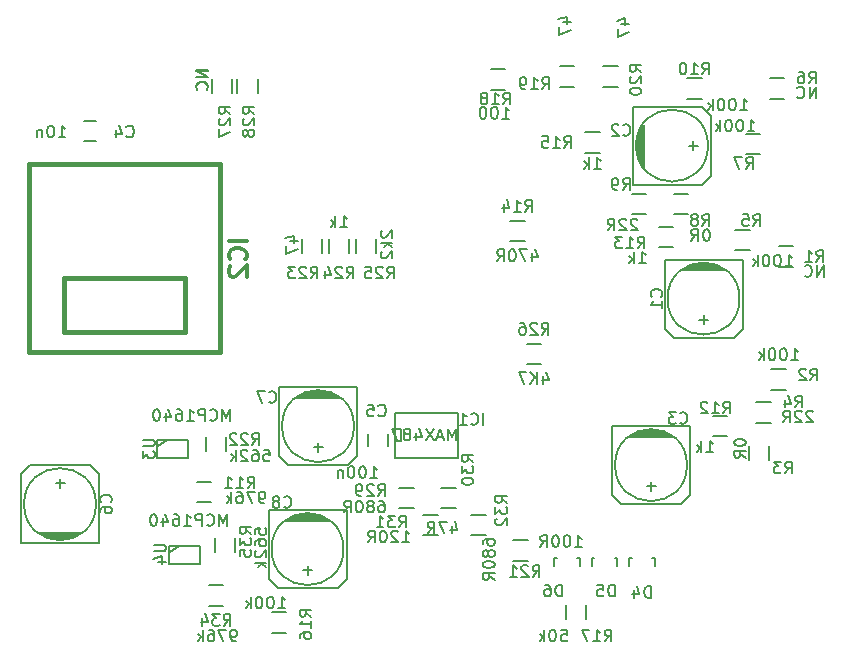
<source format=gbr>
G04 #@! TF.FileFunction,Legend,Bot*
%FSLAX46Y46*%
G04 Gerber Fmt 4.6, Leading zero omitted, Abs format (unit mm)*
G04 Created by KiCad (PCBNEW (2014-12-08 BZR 5317)-product) date mar. 23 déc. 2014 09:04:43 CET*
%MOMM*%
G01*
G04 APERTURE LIST*
%ADD10C,0.100000*%
%ADD11C,0.150000*%
%ADD12C,0.381000*%
%ADD13C,0.304800*%
G04 APERTURE END LIST*
D10*
D11*
X154305000Y-79883000D02*
X155829000Y-79883000D01*
X156210000Y-80010000D02*
X153924000Y-80010000D01*
X153670000Y-80137000D02*
X156464000Y-80137000D01*
X156718000Y-80264000D02*
X153416000Y-80264000D01*
X153289000Y-80391000D02*
X156845000Y-80391000D01*
X158115000Y-82804000D02*
G75*
G03X158115000Y-82804000I-3048000J0D01*
G01*
X151765000Y-79502000D02*
X158369000Y-79502000D01*
X158369000Y-79502000D02*
X158369000Y-85344000D01*
X158369000Y-85344000D02*
X157607000Y-86106000D01*
X157607000Y-86106000D02*
X152527000Y-86106000D01*
X152527000Y-86106000D02*
X151765000Y-85344000D01*
X151765000Y-85344000D02*
X151765000Y-79502000D01*
X155067000Y-84963000D02*
X155067000Y-84201000D01*
X154686000Y-84582000D02*
X155448000Y-84582000D01*
X149479000Y-70612000D02*
X149479000Y-69088000D01*
X149606000Y-68707000D02*
X149606000Y-70993000D01*
X149733000Y-71247000D02*
X149733000Y-68453000D01*
X149860000Y-68199000D02*
X149860000Y-71501000D01*
X149987000Y-71628000D02*
X149987000Y-68072000D01*
X155448000Y-69850000D02*
G75*
G03X155448000Y-69850000I-3048000J0D01*
G01*
X149098000Y-73152000D02*
X149098000Y-66548000D01*
X149098000Y-66548000D02*
X154940000Y-66548000D01*
X154940000Y-66548000D02*
X155702000Y-67310000D01*
X155702000Y-67310000D02*
X155702000Y-72390000D01*
X155702000Y-72390000D02*
X154940000Y-73152000D01*
X154940000Y-73152000D02*
X149098000Y-73152000D01*
X154559000Y-69850000D02*
X153797000Y-69850000D01*
X154178000Y-70231000D02*
X154178000Y-69469000D01*
X149860000Y-93980000D02*
X151384000Y-93980000D01*
X151765000Y-94107000D02*
X149479000Y-94107000D01*
X149225000Y-94234000D02*
X152019000Y-94234000D01*
X152273000Y-94361000D02*
X148971000Y-94361000D01*
X148844000Y-94488000D02*
X152400000Y-94488000D01*
X153670000Y-96901000D02*
G75*
G03X153670000Y-96901000I-3048000J0D01*
G01*
X147320000Y-93599000D02*
X153924000Y-93599000D01*
X153924000Y-93599000D02*
X153924000Y-99441000D01*
X153924000Y-99441000D02*
X153162000Y-100203000D01*
X153162000Y-100203000D02*
X148082000Y-100203000D01*
X148082000Y-100203000D02*
X147320000Y-99441000D01*
X147320000Y-99441000D02*
X147320000Y-93599000D01*
X150622000Y-99060000D02*
X150622000Y-98298000D01*
X150241000Y-98679000D02*
X151003000Y-98679000D01*
X102624000Y-67730000D02*
X103624000Y-67730000D01*
X103624000Y-69430000D02*
X102624000Y-69430000D01*
X128358000Y-94242000D02*
X128358000Y-95242000D01*
X126658000Y-95242000D02*
X126658000Y-94242000D01*
X148960840Y-104759760D02*
X149009100Y-104759760D01*
X150959820Y-105460800D02*
X150959820Y-104759760D01*
X150959820Y-104759760D02*
X150710900Y-104759760D01*
X148960840Y-104759760D02*
X148760180Y-104759760D01*
X148760180Y-104759760D02*
X148760180Y-105460800D01*
X145785840Y-104759760D02*
X145834100Y-104759760D01*
X147784820Y-105460800D02*
X147784820Y-104759760D01*
X147784820Y-104759760D02*
X147535900Y-104759760D01*
X145785840Y-104759760D02*
X145585180Y-104759760D01*
X145585180Y-104759760D02*
X145585180Y-105460800D01*
X142610840Y-104759760D02*
X142659100Y-104759760D01*
X144609820Y-105460800D02*
X144609820Y-104759760D01*
X144609820Y-104759760D02*
X144360900Y-104759760D01*
X142610840Y-104759760D02*
X142410180Y-104759760D01*
X142410180Y-104759760D02*
X142410180Y-105460800D01*
X128905000Y-92583000D02*
X128905000Y-92456000D01*
X128905000Y-92456000D02*
X134239000Y-92456000D01*
X134239000Y-96266000D02*
X128905000Y-96266000D01*
X128905000Y-96266000D02*
X128905000Y-92583000D01*
X128905000Y-94869000D02*
X129413000Y-94869000D01*
X129413000Y-94869000D02*
X129413000Y-93853000D01*
X129413000Y-93853000D02*
X128905000Y-93853000D01*
X134239000Y-96266000D02*
X134239000Y-92456000D01*
D12*
X100944680Y-85674200D02*
X111145320Y-85674200D01*
X111145320Y-85674200D02*
X111145320Y-81074260D01*
X111145320Y-81074260D02*
X100944680Y-81074260D01*
X100944680Y-81074260D02*
X100944680Y-85674200D01*
X114094260Y-87325200D02*
X114094260Y-71424800D01*
X114094260Y-71424800D02*
X97995740Y-71374000D01*
X97995740Y-71374000D02*
X97995740Y-87325200D01*
X97995740Y-87325200D02*
X114094260Y-87325200D01*
D11*
X162652000Y-78373000D02*
X161452000Y-78373000D01*
X161452000Y-80123000D02*
X162652000Y-80123000D01*
X162017000Y-88787000D02*
X160817000Y-88787000D01*
X160817000Y-90537000D02*
X162017000Y-90537000D01*
X158891000Y-95285000D02*
X158891000Y-96485000D01*
X160641000Y-96485000D02*
X160641000Y-95285000D01*
X159547000Y-93331000D02*
X160747000Y-93331000D01*
X160747000Y-91581000D02*
X159547000Y-91581000D01*
X157769000Y-78726000D02*
X158969000Y-78726000D01*
X158969000Y-76976000D02*
X157769000Y-76976000D01*
X161890000Y-64149000D02*
X160690000Y-64149000D01*
X160690000Y-65899000D02*
X161890000Y-65899000D01*
X159858000Y-68848000D02*
X158658000Y-68848000D01*
X158658000Y-70598000D02*
X159858000Y-70598000D01*
X152562000Y-75678000D02*
X153762000Y-75678000D01*
X153762000Y-73928000D02*
X152562000Y-73928000D01*
X150206000Y-73928000D02*
X149006000Y-73928000D01*
X149006000Y-75678000D02*
X150206000Y-75678000D01*
X153705000Y-65899000D02*
X154905000Y-65899000D01*
X154905000Y-64149000D02*
X153705000Y-64149000D01*
X113376000Y-98312000D02*
X112176000Y-98312000D01*
X112176000Y-100062000D02*
X113376000Y-100062000D01*
X155864000Y-94474000D02*
X157064000Y-94474000D01*
X157064000Y-92724000D02*
X155864000Y-92724000D01*
X151292000Y-78472000D02*
X152492000Y-78472000D01*
X152492000Y-76722000D02*
X151292000Y-76722000D01*
X138719000Y-77964000D02*
X139919000Y-77964000D01*
X139919000Y-76214000D02*
X138719000Y-76214000D01*
X145069000Y-70471000D02*
X146269000Y-70471000D01*
X146269000Y-68721000D02*
X145069000Y-68721000D01*
X119726000Y-109361000D02*
X118526000Y-109361000D01*
X118526000Y-111111000D02*
X119726000Y-111111000D01*
X143397000Y-108747000D02*
X143397000Y-109947000D01*
X145147000Y-109947000D02*
X145147000Y-108747000D01*
X137068000Y-65137000D02*
X138268000Y-65137000D01*
X138268000Y-63387000D02*
X137068000Y-63387000D01*
X144110000Y-63133000D02*
X142910000Y-63133000D01*
X142910000Y-64883000D02*
X144110000Y-64883000D01*
X147793000Y-63133000D02*
X146593000Y-63133000D01*
X146593000Y-64883000D02*
X147793000Y-64883000D01*
X140173000Y-103265000D02*
X138973000Y-103265000D01*
X138973000Y-105015000D02*
X140173000Y-105015000D01*
X122795000Y-78959000D02*
X122795000Y-77759000D01*
X121045000Y-77759000D02*
X121045000Y-78959000D01*
X125081000Y-78959000D02*
X125081000Y-77759000D01*
X123331000Y-77759000D02*
X123331000Y-78959000D01*
X125617000Y-77759000D02*
X125617000Y-78959000D01*
X127367000Y-78959000D02*
X127367000Y-77759000D01*
X140116000Y-88378000D02*
X141316000Y-88378000D01*
X141316000Y-86628000D02*
X140116000Y-86628000D01*
X115175000Y-65370000D02*
X115175000Y-64170000D01*
X113425000Y-64170000D02*
X113425000Y-65370000D01*
X117334000Y-65370000D02*
X117334000Y-64170000D01*
X115584000Y-64170000D02*
X115584000Y-65370000D01*
X130521000Y-98820000D02*
X129321000Y-98820000D01*
X129321000Y-100570000D02*
X130521000Y-100570000D01*
X132877000Y-100570000D02*
X134077000Y-100570000D01*
X134077000Y-98820000D02*
X132877000Y-98820000D01*
X132553000Y-101106000D02*
X131353000Y-101106000D01*
X131353000Y-102856000D02*
X132553000Y-102856000D01*
X136617000Y-101106000D02*
X135417000Y-101106000D01*
X135417000Y-102856000D02*
X136617000Y-102856000D01*
X101346000Y-103124000D02*
X99822000Y-103124000D01*
X99441000Y-102997000D02*
X101727000Y-102997000D01*
X101981000Y-102870000D02*
X99187000Y-102870000D01*
X98933000Y-102743000D02*
X102235000Y-102743000D01*
X102362000Y-102616000D02*
X98806000Y-102616000D01*
X103632000Y-100203000D02*
G75*
G03X103632000Y-100203000I-3048000J0D01*
G01*
X103886000Y-103505000D02*
X97282000Y-103505000D01*
X97282000Y-103505000D02*
X97282000Y-97663000D01*
X97282000Y-97663000D02*
X98044000Y-96901000D01*
X98044000Y-96901000D02*
X103124000Y-96901000D01*
X103124000Y-96901000D02*
X103886000Y-97663000D01*
X103886000Y-97663000D02*
X103886000Y-103505000D01*
X100584000Y-98044000D02*
X100584000Y-98806000D01*
X100965000Y-98425000D02*
X100203000Y-98425000D01*
X121666000Y-90678000D02*
X123190000Y-90678000D01*
X123571000Y-90805000D02*
X121285000Y-90805000D01*
X121031000Y-90932000D02*
X123825000Y-90932000D01*
X124079000Y-91059000D02*
X120777000Y-91059000D01*
X120650000Y-91186000D02*
X124206000Y-91186000D01*
X125476000Y-93599000D02*
G75*
G03X125476000Y-93599000I-3048000J0D01*
G01*
X119126000Y-90297000D02*
X125730000Y-90297000D01*
X125730000Y-90297000D02*
X125730000Y-96139000D01*
X125730000Y-96139000D02*
X124968000Y-96901000D01*
X124968000Y-96901000D02*
X119888000Y-96901000D01*
X119888000Y-96901000D02*
X119126000Y-96139000D01*
X119126000Y-96139000D02*
X119126000Y-90297000D01*
X122428000Y-95758000D02*
X122428000Y-94996000D01*
X122047000Y-95377000D02*
X122809000Y-95377000D01*
X120777000Y-101092000D02*
X122301000Y-101092000D01*
X122682000Y-101219000D02*
X120396000Y-101219000D01*
X120142000Y-101346000D02*
X122936000Y-101346000D01*
X123190000Y-101473000D02*
X119888000Y-101473000D01*
X119761000Y-101600000D02*
X123317000Y-101600000D01*
X124587000Y-104013000D02*
G75*
G03X124587000Y-104013000I-3048000J0D01*
G01*
X118237000Y-100711000D02*
X124841000Y-100711000D01*
X124841000Y-100711000D02*
X124841000Y-106553000D01*
X124841000Y-106553000D02*
X124079000Y-107315000D01*
X124079000Y-107315000D02*
X118999000Y-107315000D01*
X118999000Y-107315000D02*
X118237000Y-106553000D01*
X118237000Y-106553000D02*
X118237000Y-100711000D01*
X121539000Y-106172000D02*
X121539000Y-105410000D01*
X121158000Y-105791000D02*
X121920000Y-105791000D01*
X112917000Y-94523000D02*
X112917000Y-95723000D01*
X114667000Y-95723000D02*
X114667000Y-94523000D01*
X114392000Y-107075000D02*
X113192000Y-107075000D01*
X113192000Y-108825000D02*
X114392000Y-108825000D01*
X113679000Y-103032000D02*
X113679000Y-104232000D01*
X115429000Y-104232000D02*
X115429000Y-103032000D01*
X109601000Y-94742000D02*
X108839000Y-95250000D01*
X111379000Y-94742000D02*
X108775500Y-94742000D01*
X108775500Y-94742000D02*
X108775500Y-96266000D01*
X108775500Y-96266000D02*
X111379000Y-96266000D01*
X111379000Y-96266000D02*
X111379000Y-94742000D01*
X110617000Y-103759000D02*
X109855000Y-104267000D01*
X112395000Y-103759000D02*
X109791500Y-103759000D01*
X109791500Y-103759000D02*
X109791500Y-105283000D01*
X109791500Y-105283000D02*
X112395000Y-105283000D01*
X112395000Y-105283000D02*
X112395000Y-103759000D01*
X151487143Y-82637334D02*
X151534762Y-82589715D01*
X151582381Y-82446858D01*
X151582381Y-82351620D01*
X151534762Y-82208762D01*
X151439524Y-82113524D01*
X151344286Y-82065905D01*
X151153810Y-82018286D01*
X151010952Y-82018286D01*
X150820476Y-82065905D01*
X150725238Y-82113524D01*
X150630000Y-82208762D01*
X150582381Y-82351620D01*
X150582381Y-82446858D01*
X150630000Y-82589715D01*
X150677619Y-82637334D01*
X151582381Y-83589715D02*
X151582381Y-83018286D01*
X151582381Y-83304000D02*
X150582381Y-83304000D01*
X150725238Y-83208762D01*
X150820476Y-83113524D01*
X150868095Y-83018286D01*
X148248666Y-68937143D02*
X148296285Y-68984762D01*
X148439142Y-69032381D01*
X148534380Y-69032381D01*
X148677238Y-68984762D01*
X148772476Y-68889524D01*
X148820095Y-68794286D01*
X148867714Y-68603810D01*
X148867714Y-68460952D01*
X148820095Y-68270476D01*
X148772476Y-68175238D01*
X148677238Y-68080000D01*
X148534380Y-68032381D01*
X148439142Y-68032381D01*
X148296285Y-68080000D01*
X148248666Y-68127619D01*
X147867714Y-68127619D02*
X147820095Y-68080000D01*
X147724857Y-68032381D01*
X147486761Y-68032381D01*
X147391523Y-68080000D01*
X147343904Y-68127619D01*
X147296285Y-68222857D01*
X147296285Y-68318095D01*
X147343904Y-68460952D01*
X147915333Y-69032381D01*
X147296285Y-69032381D01*
X153074666Y-93321143D02*
X153122285Y-93368762D01*
X153265142Y-93416381D01*
X153360380Y-93416381D01*
X153503238Y-93368762D01*
X153598476Y-93273524D01*
X153646095Y-93178286D01*
X153693714Y-92987810D01*
X153693714Y-92844952D01*
X153646095Y-92654476D01*
X153598476Y-92559238D01*
X153503238Y-92464000D01*
X153360380Y-92416381D01*
X153265142Y-92416381D01*
X153122285Y-92464000D01*
X153074666Y-92511619D01*
X152741333Y-92416381D02*
X152122285Y-92416381D01*
X152455619Y-92797333D01*
X152312761Y-92797333D01*
X152217523Y-92844952D01*
X152169904Y-92892571D01*
X152122285Y-92987810D01*
X152122285Y-93225905D01*
X152169904Y-93321143D01*
X152217523Y-93368762D01*
X152312761Y-93416381D01*
X152598476Y-93416381D01*
X152693714Y-93368762D01*
X152741333Y-93321143D01*
X106211666Y-69064143D02*
X106259285Y-69111762D01*
X106402142Y-69159381D01*
X106497380Y-69159381D01*
X106640238Y-69111762D01*
X106735476Y-69016524D01*
X106783095Y-68921286D01*
X106830714Y-68730810D01*
X106830714Y-68587952D01*
X106783095Y-68397476D01*
X106735476Y-68302238D01*
X106640238Y-68207000D01*
X106497380Y-68159381D01*
X106402142Y-68159381D01*
X106259285Y-68207000D01*
X106211666Y-68254619D01*
X105354523Y-68492714D02*
X105354523Y-69159381D01*
X105592619Y-68111762D02*
X105830714Y-68826048D01*
X105211666Y-68826048D01*
X100464857Y-69159381D02*
X101036286Y-69159381D01*
X100750572Y-69159381D02*
X100750572Y-68159381D01*
X100845810Y-68302238D01*
X100941048Y-68397476D01*
X101036286Y-68445095D01*
X99845810Y-68159381D02*
X99750571Y-68159381D01*
X99655333Y-68207000D01*
X99607714Y-68254619D01*
X99560095Y-68349857D01*
X99512476Y-68540333D01*
X99512476Y-68778429D01*
X99560095Y-68968905D01*
X99607714Y-69064143D01*
X99655333Y-69111762D01*
X99750571Y-69159381D01*
X99845810Y-69159381D01*
X99941048Y-69111762D01*
X99988667Y-69064143D01*
X100036286Y-68968905D01*
X100083905Y-68778429D01*
X100083905Y-68540333D01*
X100036286Y-68349857D01*
X99988667Y-68254619D01*
X99941048Y-68207000D01*
X99845810Y-68159381D01*
X99083905Y-68492714D02*
X99083905Y-69159381D01*
X99083905Y-68587952D02*
X99036286Y-68540333D01*
X98941048Y-68492714D01*
X98798190Y-68492714D01*
X98702952Y-68540333D01*
X98655333Y-68635571D01*
X98655333Y-69159381D01*
X127547666Y-92686143D02*
X127595285Y-92733762D01*
X127738142Y-92781381D01*
X127833380Y-92781381D01*
X127976238Y-92733762D01*
X128071476Y-92638524D01*
X128119095Y-92543286D01*
X128166714Y-92352810D01*
X128166714Y-92209952D01*
X128119095Y-92019476D01*
X128071476Y-91924238D01*
X127976238Y-91829000D01*
X127833380Y-91781381D01*
X127738142Y-91781381D01*
X127595285Y-91829000D01*
X127547666Y-91876619D01*
X126642904Y-91781381D02*
X127119095Y-91781381D01*
X127166714Y-92257571D01*
X127119095Y-92209952D01*
X127023857Y-92162333D01*
X126785761Y-92162333D01*
X126690523Y-92209952D01*
X126642904Y-92257571D01*
X126595285Y-92352810D01*
X126595285Y-92590905D01*
X126642904Y-92686143D01*
X126690523Y-92733762D01*
X126785761Y-92781381D01*
X127023857Y-92781381D01*
X127119095Y-92733762D01*
X127166714Y-92686143D01*
X126849047Y-97988381D02*
X127420476Y-97988381D01*
X127134762Y-97988381D02*
X127134762Y-96988381D01*
X127230000Y-97131238D01*
X127325238Y-97226476D01*
X127420476Y-97274095D01*
X126230000Y-96988381D02*
X126134761Y-96988381D01*
X126039523Y-97036000D01*
X125991904Y-97083619D01*
X125944285Y-97178857D01*
X125896666Y-97369333D01*
X125896666Y-97607429D01*
X125944285Y-97797905D01*
X125991904Y-97893143D01*
X126039523Y-97940762D01*
X126134761Y-97988381D01*
X126230000Y-97988381D01*
X126325238Y-97940762D01*
X126372857Y-97893143D01*
X126420476Y-97797905D01*
X126468095Y-97607429D01*
X126468095Y-97369333D01*
X126420476Y-97178857D01*
X126372857Y-97083619D01*
X126325238Y-97036000D01*
X126230000Y-96988381D01*
X125277619Y-96988381D02*
X125182380Y-96988381D01*
X125087142Y-97036000D01*
X125039523Y-97083619D01*
X124991904Y-97178857D01*
X124944285Y-97369333D01*
X124944285Y-97607429D01*
X124991904Y-97797905D01*
X125039523Y-97893143D01*
X125087142Y-97940762D01*
X125182380Y-97988381D01*
X125277619Y-97988381D01*
X125372857Y-97940762D01*
X125420476Y-97893143D01*
X125468095Y-97797905D01*
X125515714Y-97607429D01*
X125515714Y-97369333D01*
X125468095Y-97178857D01*
X125420476Y-97083619D01*
X125372857Y-97036000D01*
X125277619Y-96988381D01*
X124515714Y-97321714D02*
X124515714Y-97988381D01*
X124515714Y-97416952D02*
X124468095Y-97369333D01*
X124372857Y-97321714D01*
X124229999Y-97321714D01*
X124134761Y-97369333D01*
X124087142Y-97464571D01*
X124087142Y-97988381D01*
X150598095Y-108148381D02*
X150598095Y-107148381D01*
X150360000Y-107148381D01*
X150217142Y-107196000D01*
X150121904Y-107291238D01*
X150074285Y-107386476D01*
X150026666Y-107576952D01*
X150026666Y-107719810D01*
X150074285Y-107910286D01*
X150121904Y-108005524D01*
X150217142Y-108100762D01*
X150360000Y-108148381D01*
X150598095Y-108148381D01*
X149169523Y-107481714D02*
X149169523Y-108148381D01*
X149407619Y-107100762D02*
X149645714Y-107815048D01*
X149026666Y-107815048D01*
X147550095Y-108021381D02*
X147550095Y-107021381D01*
X147312000Y-107021381D01*
X147169142Y-107069000D01*
X147073904Y-107164238D01*
X147026285Y-107259476D01*
X146978666Y-107449952D01*
X146978666Y-107592810D01*
X147026285Y-107783286D01*
X147073904Y-107878524D01*
X147169142Y-107973762D01*
X147312000Y-108021381D01*
X147550095Y-108021381D01*
X146073904Y-107021381D02*
X146550095Y-107021381D01*
X146597714Y-107497571D01*
X146550095Y-107449952D01*
X146454857Y-107402333D01*
X146216761Y-107402333D01*
X146121523Y-107449952D01*
X146073904Y-107497571D01*
X146026285Y-107592810D01*
X146026285Y-107830905D01*
X146073904Y-107926143D01*
X146121523Y-107973762D01*
X146216761Y-108021381D01*
X146454857Y-108021381D01*
X146550095Y-107973762D01*
X146597714Y-107926143D01*
X143105095Y-108021381D02*
X143105095Y-107021381D01*
X142867000Y-107021381D01*
X142724142Y-107069000D01*
X142628904Y-107164238D01*
X142581285Y-107259476D01*
X142533666Y-107449952D01*
X142533666Y-107592810D01*
X142581285Y-107783286D01*
X142628904Y-107878524D01*
X142724142Y-107973762D01*
X142867000Y-108021381D01*
X143105095Y-108021381D01*
X141676523Y-107021381D02*
X141867000Y-107021381D01*
X141962238Y-107069000D01*
X142009857Y-107116619D01*
X142105095Y-107259476D01*
X142152714Y-107449952D01*
X142152714Y-107830905D01*
X142105095Y-107926143D01*
X142057476Y-107973762D01*
X141962238Y-108021381D01*
X141771761Y-108021381D01*
X141676523Y-107973762D01*
X141628904Y-107926143D01*
X141581285Y-107830905D01*
X141581285Y-107592810D01*
X141628904Y-107497571D01*
X141676523Y-107449952D01*
X141771761Y-107402333D01*
X141962238Y-107402333D01*
X142057476Y-107449952D01*
X142105095Y-107497571D01*
X142152714Y-107592810D01*
X136434390Y-93492581D02*
X136434390Y-92492581D01*
X135386771Y-93397343D02*
X135434390Y-93444962D01*
X135577247Y-93492581D01*
X135672485Y-93492581D01*
X135815343Y-93444962D01*
X135910581Y-93349724D01*
X135958200Y-93254486D01*
X136005819Y-93064010D01*
X136005819Y-92921152D01*
X135958200Y-92730676D01*
X135910581Y-92635438D01*
X135815343Y-92540200D01*
X135672485Y-92492581D01*
X135577247Y-92492581D01*
X135434390Y-92540200D01*
X135386771Y-92587819D01*
X134434390Y-93492581D02*
X135005819Y-93492581D01*
X134720105Y-93492581D02*
X134720105Y-92492581D01*
X134815343Y-92635438D01*
X134910581Y-92730676D01*
X135005819Y-92778295D01*
X134111667Y-94813381D02*
X134111667Y-93813381D01*
X133778333Y-94527667D01*
X133445000Y-93813381D01*
X133445000Y-94813381D01*
X133016429Y-94527667D02*
X132540238Y-94527667D01*
X133111667Y-94813381D02*
X132778334Y-93813381D01*
X132445000Y-94813381D01*
X132206905Y-93813381D02*
X131540238Y-94813381D01*
X131540238Y-93813381D02*
X132206905Y-94813381D01*
X130730714Y-94146714D02*
X130730714Y-94813381D01*
X130968810Y-93765762D02*
X131206905Y-94480048D01*
X130587857Y-94480048D01*
X130064048Y-94241952D02*
X130159286Y-94194333D01*
X130206905Y-94146714D01*
X130254524Y-94051476D01*
X130254524Y-94003857D01*
X130206905Y-93908619D01*
X130159286Y-93861000D01*
X130064048Y-93813381D01*
X129873571Y-93813381D01*
X129778333Y-93861000D01*
X129730714Y-93908619D01*
X129683095Y-94003857D01*
X129683095Y-94051476D01*
X129730714Y-94146714D01*
X129778333Y-94194333D01*
X129873571Y-94241952D01*
X130064048Y-94241952D01*
X130159286Y-94289571D01*
X130206905Y-94337190D01*
X130254524Y-94432429D01*
X130254524Y-94622905D01*
X130206905Y-94718143D01*
X130159286Y-94765762D01*
X130064048Y-94813381D01*
X129873571Y-94813381D01*
X129778333Y-94765762D01*
X129730714Y-94718143D01*
X129683095Y-94622905D01*
X129683095Y-94432429D01*
X129730714Y-94337190D01*
X129778333Y-94289571D01*
X129873571Y-94241952D01*
X129349762Y-93813381D02*
X128683095Y-93813381D01*
X129111667Y-94813381D01*
D13*
X116386429Y-77887286D02*
X114862429Y-77887286D01*
X116241286Y-79483857D02*
X116313857Y-79411286D01*
X116386429Y-79193572D01*
X116386429Y-79048429D01*
X116313857Y-78830714D01*
X116168714Y-78685572D01*
X116023571Y-78613000D01*
X115733286Y-78540429D01*
X115515571Y-78540429D01*
X115225286Y-78613000D01*
X115080143Y-78685572D01*
X114935000Y-78830714D01*
X114862429Y-79048429D01*
X114862429Y-79193572D01*
X114935000Y-79411286D01*
X115007571Y-79483857D01*
X115007571Y-80064429D02*
X114935000Y-80137000D01*
X114862429Y-80282143D01*
X114862429Y-80645000D01*
X114935000Y-80790143D01*
X115007571Y-80862714D01*
X115152714Y-80935286D01*
X115297857Y-80935286D01*
X115515571Y-80862714D01*
X116386429Y-79991857D01*
X116386429Y-80935286D01*
D11*
X164631666Y-79700381D02*
X164965000Y-79224190D01*
X165203095Y-79700381D02*
X165203095Y-78700381D01*
X164822142Y-78700381D01*
X164726904Y-78748000D01*
X164679285Y-78795619D01*
X164631666Y-78890857D01*
X164631666Y-79033714D01*
X164679285Y-79128952D01*
X164726904Y-79176571D01*
X164822142Y-79224190D01*
X165203095Y-79224190D01*
X163679285Y-79700381D02*
X164250714Y-79700381D01*
X163965000Y-79700381D02*
X163965000Y-78700381D01*
X164060238Y-78843238D01*
X164155476Y-78938476D01*
X164250714Y-78986095D01*
X165250714Y-80970381D02*
X165250714Y-79970381D01*
X164679285Y-80970381D01*
X164679285Y-79970381D01*
X163631666Y-80875143D02*
X163679285Y-80922762D01*
X163822142Y-80970381D01*
X163917380Y-80970381D01*
X164060238Y-80922762D01*
X164155476Y-80827524D01*
X164203095Y-80732286D01*
X164250714Y-80541810D01*
X164250714Y-80398952D01*
X164203095Y-80208476D01*
X164155476Y-80113238D01*
X164060238Y-80018000D01*
X163917380Y-79970381D01*
X163822142Y-79970381D01*
X163679285Y-80018000D01*
X163631666Y-80065619D01*
X164123666Y-89733381D02*
X164457000Y-89257190D01*
X164695095Y-89733381D02*
X164695095Y-88733381D01*
X164314142Y-88733381D01*
X164218904Y-88781000D01*
X164171285Y-88828619D01*
X164123666Y-88923857D01*
X164123666Y-89066714D01*
X164171285Y-89161952D01*
X164218904Y-89209571D01*
X164314142Y-89257190D01*
X164695095Y-89257190D01*
X163742714Y-88828619D02*
X163695095Y-88781000D01*
X163599857Y-88733381D01*
X163361761Y-88733381D01*
X163266523Y-88781000D01*
X163218904Y-88828619D01*
X163171285Y-88923857D01*
X163171285Y-89019095D01*
X163218904Y-89161952D01*
X163790333Y-89733381D01*
X163171285Y-89733381D01*
X162488428Y-88014381D02*
X163059857Y-88014381D01*
X162774143Y-88014381D02*
X162774143Y-87014381D01*
X162869381Y-87157238D01*
X162964619Y-87252476D01*
X163059857Y-87300095D01*
X161869381Y-87014381D02*
X161774142Y-87014381D01*
X161678904Y-87062000D01*
X161631285Y-87109619D01*
X161583666Y-87204857D01*
X161536047Y-87395333D01*
X161536047Y-87633429D01*
X161583666Y-87823905D01*
X161631285Y-87919143D01*
X161678904Y-87966762D01*
X161774142Y-88014381D01*
X161869381Y-88014381D01*
X161964619Y-87966762D01*
X162012238Y-87919143D01*
X162059857Y-87823905D01*
X162107476Y-87633429D01*
X162107476Y-87395333D01*
X162059857Y-87204857D01*
X162012238Y-87109619D01*
X161964619Y-87062000D01*
X161869381Y-87014381D01*
X160917000Y-87014381D02*
X160821761Y-87014381D01*
X160726523Y-87062000D01*
X160678904Y-87109619D01*
X160631285Y-87204857D01*
X160583666Y-87395333D01*
X160583666Y-87633429D01*
X160631285Y-87823905D01*
X160678904Y-87919143D01*
X160726523Y-87966762D01*
X160821761Y-88014381D01*
X160917000Y-88014381D01*
X161012238Y-87966762D01*
X161059857Y-87919143D01*
X161107476Y-87823905D01*
X161155095Y-87633429D01*
X161155095Y-87395333D01*
X161107476Y-87204857D01*
X161059857Y-87109619D01*
X161012238Y-87062000D01*
X160917000Y-87014381D01*
X160155095Y-88014381D02*
X160155095Y-87014381D01*
X160059857Y-87633429D02*
X159774142Y-88014381D01*
X159774142Y-87347714D02*
X160155095Y-87728667D01*
X161964666Y-97607381D02*
X162298000Y-97131190D01*
X162536095Y-97607381D02*
X162536095Y-96607381D01*
X162155142Y-96607381D01*
X162059904Y-96655000D01*
X162012285Y-96702619D01*
X161964666Y-96797857D01*
X161964666Y-96940714D01*
X162012285Y-97035952D01*
X162059904Y-97083571D01*
X162155142Y-97131190D01*
X162536095Y-97131190D01*
X161631333Y-96607381D02*
X161012285Y-96607381D01*
X161345619Y-96988333D01*
X161202761Y-96988333D01*
X161107523Y-97035952D01*
X161059904Y-97083571D01*
X161012285Y-97178810D01*
X161012285Y-97416905D01*
X161059904Y-97512143D01*
X161107523Y-97559762D01*
X161202761Y-97607381D01*
X161488476Y-97607381D01*
X161583714Y-97559762D01*
X161631333Y-97512143D01*
X157643581Y-94930981D02*
X157643581Y-95026220D01*
X157691200Y-95121458D01*
X157738819Y-95169077D01*
X157834057Y-95216696D01*
X158024533Y-95264315D01*
X158262629Y-95264315D01*
X158453105Y-95216696D01*
X158548343Y-95169077D01*
X158595962Y-95121458D01*
X158643581Y-95026220D01*
X158643581Y-94930981D01*
X158595962Y-94835743D01*
X158548343Y-94788124D01*
X158453105Y-94740505D01*
X158262629Y-94692886D01*
X158024533Y-94692886D01*
X157834057Y-94740505D01*
X157738819Y-94788124D01*
X157691200Y-94835743D01*
X157643581Y-94930981D01*
X158643581Y-96264315D02*
X158167390Y-95930981D01*
X158643581Y-95692886D02*
X157643581Y-95692886D01*
X157643581Y-96073839D01*
X157691200Y-96169077D01*
X157738819Y-96216696D01*
X157834057Y-96264315D01*
X157976914Y-96264315D01*
X158072152Y-96216696D01*
X158119771Y-96169077D01*
X158167390Y-96073839D01*
X158167390Y-95692886D01*
X162853666Y-92019381D02*
X163187000Y-91543190D01*
X163425095Y-92019381D02*
X163425095Y-91019381D01*
X163044142Y-91019381D01*
X162948904Y-91067000D01*
X162901285Y-91114619D01*
X162853666Y-91209857D01*
X162853666Y-91352714D01*
X162901285Y-91447952D01*
X162948904Y-91495571D01*
X163044142Y-91543190D01*
X163425095Y-91543190D01*
X161996523Y-91352714D02*
X161996523Y-92019381D01*
X162234619Y-90971762D02*
X162472714Y-91686048D01*
X161853666Y-91686048D01*
X164329905Y-92384619D02*
X164282286Y-92337000D01*
X164187048Y-92289381D01*
X163948952Y-92289381D01*
X163853714Y-92337000D01*
X163806095Y-92384619D01*
X163758476Y-92479857D01*
X163758476Y-92575095D01*
X163806095Y-92717952D01*
X164377524Y-93289381D01*
X163758476Y-93289381D01*
X163377524Y-92384619D02*
X163329905Y-92337000D01*
X163234667Y-92289381D01*
X162996571Y-92289381D01*
X162901333Y-92337000D01*
X162853714Y-92384619D01*
X162806095Y-92479857D01*
X162806095Y-92575095D01*
X162853714Y-92717952D01*
X163425143Y-93289381D01*
X162806095Y-93289381D01*
X161806095Y-93289381D02*
X162139429Y-92813190D01*
X162377524Y-93289381D02*
X162377524Y-92289381D01*
X161996571Y-92289381D01*
X161901333Y-92337000D01*
X161853714Y-92384619D01*
X161806095Y-92479857D01*
X161806095Y-92622714D01*
X161853714Y-92717952D01*
X161901333Y-92765571D01*
X161996571Y-92813190D01*
X162377524Y-92813190D01*
X159297666Y-76652381D02*
X159631000Y-76176190D01*
X159869095Y-76652381D02*
X159869095Y-75652381D01*
X159488142Y-75652381D01*
X159392904Y-75700000D01*
X159345285Y-75747619D01*
X159297666Y-75842857D01*
X159297666Y-75985714D01*
X159345285Y-76080952D01*
X159392904Y-76128571D01*
X159488142Y-76176190D01*
X159869095Y-76176190D01*
X158392904Y-75652381D02*
X158869095Y-75652381D01*
X158916714Y-76128571D01*
X158869095Y-76080952D01*
X158773857Y-76033333D01*
X158535761Y-76033333D01*
X158440523Y-76080952D01*
X158392904Y-76128571D01*
X158345285Y-76223810D01*
X158345285Y-76461905D01*
X158392904Y-76557143D01*
X158440523Y-76604762D01*
X158535761Y-76652381D01*
X158773857Y-76652381D01*
X158869095Y-76604762D01*
X158916714Y-76557143D01*
X161980428Y-80081381D02*
X162551857Y-80081381D01*
X162266143Y-80081381D02*
X162266143Y-79081381D01*
X162361381Y-79224238D01*
X162456619Y-79319476D01*
X162551857Y-79367095D01*
X161361381Y-79081381D02*
X161266142Y-79081381D01*
X161170904Y-79129000D01*
X161123285Y-79176619D01*
X161075666Y-79271857D01*
X161028047Y-79462333D01*
X161028047Y-79700429D01*
X161075666Y-79890905D01*
X161123285Y-79986143D01*
X161170904Y-80033762D01*
X161266142Y-80081381D01*
X161361381Y-80081381D01*
X161456619Y-80033762D01*
X161504238Y-79986143D01*
X161551857Y-79890905D01*
X161599476Y-79700429D01*
X161599476Y-79462333D01*
X161551857Y-79271857D01*
X161504238Y-79176619D01*
X161456619Y-79129000D01*
X161361381Y-79081381D01*
X160409000Y-79081381D02*
X160313761Y-79081381D01*
X160218523Y-79129000D01*
X160170904Y-79176619D01*
X160123285Y-79271857D01*
X160075666Y-79462333D01*
X160075666Y-79700429D01*
X160123285Y-79890905D01*
X160170904Y-79986143D01*
X160218523Y-80033762D01*
X160313761Y-80081381D01*
X160409000Y-80081381D01*
X160504238Y-80033762D01*
X160551857Y-79986143D01*
X160599476Y-79890905D01*
X160647095Y-79700429D01*
X160647095Y-79462333D01*
X160599476Y-79271857D01*
X160551857Y-79176619D01*
X160504238Y-79129000D01*
X160409000Y-79081381D01*
X159647095Y-80081381D02*
X159647095Y-79081381D01*
X159551857Y-79700429D02*
X159266142Y-80081381D01*
X159266142Y-79414714D02*
X159647095Y-79795667D01*
X163996666Y-64587381D02*
X164330000Y-64111190D01*
X164568095Y-64587381D02*
X164568095Y-63587381D01*
X164187142Y-63587381D01*
X164091904Y-63635000D01*
X164044285Y-63682619D01*
X163996666Y-63777857D01*
X163996666Y-63920714D01*
X164044285Y-64015952D01*
X164091904Y-64063571D01*
X164187142Y-64111190D01*
X164568095Y-64111190D01*
X163139523Y-63587381D02*
X163330000Y-63587381D01*
X163425238Y-63635000D01*
X163472857Y-63682619D01*
X163568095Y-63825476D01*
X163615714Y-64015952D01*
X163615714Y-64396905D01*
X163568095Y-64492143D01*
X163520476Y-64539762D01*
X163425238Y-64587381D01*
X163234761Y-64587381D01*
X163139523Y-64539762D01*
X163091904Y-64492143D01*
X163044285Y-64396905D01*
X163044285Y-64158810D01*
X163091904Y-64063571D01*
X163139523Y-64015952D01*
X163234761Y-63968333D01*
X163425238Y-63968333D01*
X163520476Y-64015952D01*
X163568095Y-64063571D01*
X163615714Y-64158810D01*
X164615714Y-65857381D02*
X164615714Y-64857381D01*
X164044285Y-65857381D01*
X164044285Y-64857381D01*
X162996666Y-65762143D02*
X163044285Y-65809762D01*
X163187142Y-65857381D01*
X163282380Y-65857381D01*
X163425238Y-65809762D01*
X163520476Y-65714524D01*
X163568095Y-65619286D01*
X163615714Y-65428810D01*
X163615714Y-65285952D01*
X163568095Y-65095476D01*
X163520476Y-65000238D01*
X163425238Y-64905000D01*
X163282380Y-64857381D01*
X163187142Y-64857381D01*
X163044285Y-64905000D01*
X162996666Y-64952619D01*
X158662666Y-71826381D02*
X158996000Y-71350190D01*
X159234095Y-71826381D02*
X159234095Y-70826381D01*
X158853142Y-70826381D01*
X158757904Y-70874000D01*
X158710285Y-70921619D01*
X158662666Y-71016857D01*
X158662666Y-71159714D01*
X158710285Y-71254952D01*
X158757904Y-71302571D01*
X158853142Y-71350190D01*
X159234095Y-71350190D01*
X158329333Y-70826381D02*
X157662666Y-70826381D01*
X158091238Y-71826381D01*
X158805428Y-68651381D02*
X159376857Y-68651381D01*
X159091143Y-68651381D02*
X159091143Y-67651381D01*
X159186381Y-67794238D01*
X159281619Y-67889476D01*
X159376857Y-67937095D01*
X158186381Y-67651381D02*
X158091142Y-67651381D01*
X157995904Y-67699000D01*
X157948285Y-67746619D01*
X157900666Y-67841857D01*
X157853047Y-68032333D01*
X157853047Y-68270429D01*
X157900666Y-68460905D01*
X157948285Y-68556143D01*
X157995904Y-68603762D01*
X158091142Y-68651381D01*
X158186381Y-68651381D01*
X158281619Y-68603762D01*
X158329238Y-68556143D01*
X158376857Y-68460905D01*
X158424476Y-68270429D01*
X158424476Y-68032333D01*
X158376857Y-67841857D01*
X158329238Y-67746619D01*
X158281619Y-67699000D01*
X158186381Y-67651381D01*
X157234000Y-67651381D02*
X157138761Y-67651381D01*
X157043523Y-67699000D01*
X156995904Y-67746619D01*
X156948285Y-67841857D01*
X156900666Y-68032333D01*
X156900666Y-68270429D01*
X156948285Y-68460905D01*
X156995904Y-68556143D01*
X157043523Y-68603762D01*
X157138761Y-68651381D01*
X157234000Y-68651381D01*
X157329238Y-68603762D01*
X157376857Y-68556143D01*
X157424476Y-68460905D01*
X157472095Y-68270429D01*
X157472095Y-68032333D01*
X157424476Y-67841857D01*
X157376857Y-67746619D01*
X157329238Y-67699000D01*
X157234000Y-67651381D01*
X156472095Y-68651381D02*
X156472095Y-67651381D01*
X156376857Y-68270429D02*
X156091142Y-68651381D01*
X156091142Y-67984714D02*
X156472095Y-68365667D01*
X154979666Y-76652381D02*
X155313000Y-76176190D01*
X155551095Y-76652381D02*
X155551095Y-75652381D01*
X155170142Y-75652381D01*
X155074904Y-75700000D01*
X155027285Y-75747619D01*
X154979666Y-75842857D01*
X154979666Y-75985714D01*
X155027285Y-76080952D01*
X155074904Y-76128571D01*
X155170142Y-76176190D01*
X155551095Y-76176190D01*
X154408238Y-76080952D02*
X154503476Y-76033333D01*
X154551095Y-75985714D01*
X154598714Y-75890476D01*
X154598714Y-75842857D01*
X154551095Y-75747619D01*
X154503476Y-75700000D01*
X154408238Y-75652381D01*
X154217761Y-75652381D01*
X154122523Y-75700000D01*
X154074904Y-75747619D01*
X154027285Y-75842857D01*
X154027285Y-75890476D01*
X154074904Y-75985714D01*
X154122523Y-76033333D01*
X154217761Y-76080952D01*
X154408238Y-76080952D01*
X154503476Y-76128571D01*
X154551095Y-76176190D01*
X154598714Y-76271429D01*
X154598714Y-76461905D01*
X154551095Y-76557143D01*
X154503476Y-76604762D01*
X154408238Y-76652381D01*
X154217761Y-76652381D01*
X154122523Y-76604762D01*
X154074904Y-76557143D01*
X154027285Y-76461905D01*
X154027285Y-76271429D01*
X154074904Y-76176190D01*
X154122523Y-76128571D01*
X154217761Y-76080952D01*
X155360619Y-76922381D02*
X155265380Y-76922381D01*
X155170142Y-76970000D01*
X155122523Y-77017619D01*
X155074904Y-77112857D01*
X155027285Y-77303333D01*
X155027285Y-77541429D01*
X155074904Y-77731905D01*
X155122523Y-77827143D01*
X155170142Y-77874762D01*
X155265380Y-77922381D01*
X155360619Y-77922381D01*
X155455857Y-77874762D01*
X155503476Y-77827143D01*
X155551095Y-77731905D01*
X155598714Y-77541429D01*
X155598714Y-77303333D01*
X155551095Y-77112857D01*
X155503476Y-77017619D01*
X155455857Y-76970000D01*
X155360619Y-76922381D01*
X154027285Y-77922381D02*
X154360619Y-77446190D01*
X154598714Y-77922381D02*
X154598714Y-76922381D01*
X154217761Y-76922381D01*
X154122523Y-76970000D01*
X154074904Y-77017619D01*
X154027285Y-77112857D01*
X154027285Y-77255714D01*
X154074904Y-77350952D01*
X154122523Y-77398571D01*
X154217761Y-77446190D01*
X154598714Y-77446190D01*
X148248666Y-73604381D02*
X148582000Y-73128190D01*
X148820095Y-73604381D02*
X148820095Y-72604381D01*
X148439142Y-72604381D01*
X148343904Y-72652000D01*
X148296285Y-72699619D01*
X148248666Y-72794857D01*
X148248666Y-72937714D01*
X148296285Y-73032952D01*
X148343904Y-73080571D01*
X148439142Y-73128190D01*
X148820095Y-73128190D01*
X147772476Y-73604381D02*
X147582000Y-73604381D01*
X147486761Y-73556762D01*
X147439142Y-73509143D01*
X147343904Y-73366286D01*
X147296285Y-73175810D01*
X147296285Y-72794857D01*
X147343904Y-72699619D01*
X147391523Y-72652000D01*
X147486761Y-72604381D01*
X147677238Y-72604381D01*
X147772476Y-72652000D01*
X147820095Y-72699619D01*
X147867714Y-72794857D01*
X147867714Y-73032952D01*
X147820095Y-73128190D01*
X147772476Y-73175810D01*
X147677238Y-73223429D01*
X147486761Y-73223429D01*
X147391523Y-73175810D01*
X147343904Y-73128190D01*
X147296285Y-73032952D01*
X149470905Y-76128619D02*
X149423286Y-76081000D01*
X149328048Y-76033381D01*
X149089952Y-76033381D01*
X148994714Y-76081000D01*
X148947095Y-76128619D01*
X148899476Y-76223857D01*
X148899476Y-76319095D01*
X148947095Y-76461952D01*
X149518524Y-77033381D01*
X148899476Y-77033381D01*
X148518524Y-76128619D02*
X148470905Y-76081000D01*
X148375667Y-76033381D01*
X148137571Y-76033381D01*
X148042333Y-76081000D01*
X147994714Y-76128619D01*
X147947095Y-76223857D01*
X147947095Y-76319095D01*
X147994714Y-76461952D01*
X148566143Y-77033381D01*
X147947095Y-77033381D01*
X146947095Y-77033381D02*
X147280429Y-76557190D01*
X147518524Y-77033381D02*
X147518524Y-76033381D01*
X147137571Y-76033381D01*
X147042333Y-76081000D01*
X146994714Y-76128619D01*
X146947095Y-76223857D01*
X146947095Y-76366714D01*
X146994714Y-76461952D01*
X147042333Y-76509571D01*
X147137571Y-76557190D01*
X147518524Y-76557190D01*
X154947857Y-63825381D02*
X155281191Y-63349190D01*
X155519286Y-63825381D02*
X155519286Y-62825381D01*
X155138333Y-62825381D01*
X155043095Y-62873000D01*
X154995476Y-62920619D01*
X154947857Y-63015857D01*
X154947857Y-63158714D01*
X154995476Y-63253952D01*
X155043095Y-63301571D01*
X155138333Y-63349190D01*
X155519286Y-63349190D01*
X153995476Y-63825381D02*
X154566905Y-63825381D01*
X154281191Y-63825381D02*
X154281191Y-62825381D01*
X154376429Y-62968238D01*
X154471667Y-63063476D01*
X154566905Y-63111095D01*
X153376429Y-62825381D02*
X153281190Y-62825381D01*
X153185952Y-62873000D01*
X153138333Y-62920619D01*
X153090714Y-63015857D01*
X153043095Y-63206333D01*
X153043095Y-63444429D01*
X153090714Y-63634905D01*
X153138333Y-63730143D01*
X153185952Y-63777762D01*
X153281190Y-63825381D01*
X153376429Y-63825381D01*
X153471667Y-63777762D01*
X153519286Y-63730143D01*
X153566905Y-63634905D01*
X153614524Y-63444429D01*
X153614524Y-63206333D01*
X153566905Y-63015857D01*
X153519286Y-62920619D01*
X153471667Y-62873000D01*
X153376429Y-62825381D01*
X158170428Y-66873381D02*
X158741857Y-66873381D01*
X158456143Y-66873381D02*
X158456143Y-65873381D01*
X158551381Y-66016238D01*
X158646619Y-66111476D01*
X158741857Y-66159095D01*
X157551381Y-65873381D02*
X157456142Y-65873381D01*
X157360904Y-65921000D01*
X157313285Y-65968619D01*
X157265666Y-66063857D01*
X157218047Y-66254333D01*
X157218047Y-66492429D01*
X157265666Y-66682905D01*
X157313285Y-66778143D01*
X157360904Y-66825762D01*
X157456142Y-66873381D01*
X157551381Y-66873381D01*
X157646619Y-66825762D01*
X157694238Y-66778143D01*
X157741857Y-66682905D01*
X157789476Y-66492429D01*
X157789476Y-66254333D01*
X157741857Y-66063857D01*
X157694238Y-65968619D01*
X157646619Y-65921000D01*
X157551381Y-65873381D01*
X156599000Y-65873381D02*
X156503761Y-65873381D01*
X156408523Y-65921000D01*
X156360904Y-65968619D01*
X156313285Y-66063857D01*
X156265666Y-66254333D01*
X156265666Y-66492429D01*
X156313285Y-66682905D01*
X156360904Y-66778143D01*
X156408523Y-66825762D01*
X156503761Y-66873381D01*
X156599000Y-66873381D01*
X156694238Y-66825762D01*
X156741857Y-66778143D01*
X156789476Y-66682905D01*
X156837095Y-66492429D01*
X156837095Y-66254333D01*
X156789476Y-66063857D01*
X156741857Y-65968619D01*
X156694238Y-65921000D01*
X156599000Y-65873381D01*
X155837095Y-66873381D02*
X155837095Y-65873381D01*
X155741857Y-66492429D02*
X155456142Y-66873381D01*
X155456142Y-66206714D02*
X155837095Y-66587667D01*
X116466857Y-98877381D02*
X116800191Y-98401190D01*
X117038286Y-98877381D02*
X117038286Y-97877381D01*
X116657333Y-97877381D01*
X116562095Y-97925000D01*
X116514476Y-97972619D01*
X116466857Y-98067857D01*
X116466857Y-98210714D01*
X116514476Y-98305952D01*
X116562095Y-98353571D01*
X116657333Y-98401190D01*
X117038286Y-98401190D01*
X115514476Y-98877381D02*
X116085905Y-98877381D01*
X115800191Y-98877381D02*
X115800191Y-97877381D01*
X115895429Y-98020238D01*
X115990667Y-98115476D01*
X116085905Y-98163095D01*
X114562095Y-98877381D02*
X115133524Y-98877381D01*
X114847810Y-98877381D02*
X114847810Y-97877381D01*
X114943048Y-98020238D01*
X115038286Y-98115476D01*
X115133524Y-98163095D01*
X117879619Y-100147381D02*
X117689143Y-100147381D01*
X117593904Y-100099762D01*
X117546285Y-100052143D01*
X117451047Y-99909286D01*
X117403428Y-99718810D01*
X117403428Y-99337857D01*
X117451047Y-99242619D01*
X117498666Y-99195000D01*
X117593904Y-99147381D01*
X117784381Y-99147381D01*
X117879619Y-99195000D01*
X117927238Y-99242619D01*
X117974857Y-99337857D01*
X117974857Y-99575952D01*
X117927238Y-99671190D01*
X117879619Y-99718810D01*
X117784381Y-99766429D01*
X117593904Y-99766429D01*
X117498666Y-99718810D01*
X117451047Y-99671190D01*
X117403428Y-99575952D01*
X117070095Y-99147381D02*
X116403428Y-99147381D01*
X116832000Y-100147381D01*
X115593904Y-99147381D02*
X115784381Y-99147381D01*
X115879619Y-99195000D01*
X115927238Y-99242619D01*
X116022476Y-99385476D01*
X116070095Y-99575952D01*
X116070095Y-99956905D01*
X116022476Y-100052143D01*
X115974857Y-100099762D01*
X115879619Y-100147381D01*
X115689142Y-100147381D01*
X115593904Y-100099762D01*
X115546285Y-100052143D01*
X115498666Y-99956905D01*
X115498666Y-99718810D01*
X115546285Y-99623571D01*
X115593904Y-99575952D01*
X115689142Y-99528333D01*
X115879619Y-99528333D01*
X115974857Y-99575952D01*
X116022476Y-99623571D01*
X116070095Y-99718810D01*
X115070095Y-100147381D02*
X115070095Y-99147381D01*
X114974857Y-99766429D02*
X114689142Y-100147381D01*
X114689142Y-99480714D02*
X115070095Y-99861667D01*
X156725857Y-92527381D02*
X157059191Y-92051190D01*
X157297286Y-92527381D02*
X157297286Y-91527381D01*
X156916333Y-91527381D01*
X156821095Y-91575000D01*
X156773476Y-91622619D01*
X156725857Y-91717857D01*
X156725857Y-91860714D01*
X156773476Y-91955952D01*
X156821095Y-92003571D01*
X156916333Y-92051190D01*
X157297286Y-92051190D01*
X155773476Y-92527381D02*
X156344905Y-92527381D01*
X156059191Y-92527381D02*
X156059191Y-91527381D01*
X156154429Y-91670238D01*
X156249667Y-91765476D01*
X156344905Y-91813095D01*
X155392524Y-91622619D02*
X155344905Y-91575000D01*
X155249667Y-91527381D01*
X155011571Y-91527381D01*
X154916333Y-91575000D01*
X154868714Y-91622619D01*
X154821095Y-91717857D01*
X154821095Y-91813095D01*
X154868714Y-91955952D01*
X155440143Y-92527381D01*
X154821095Y-92527381D01*
X155313047Y-95829381D02*
X155884476Y-95829381D01*
X155598762Y-95829381D02*
X155598762Y-94829381D01*
X155694000Y-94972238D01*
X155789238Y-95067476D01*
X155884476Y-95115095D01*
X154884476Y-95829381D02*
X154884476Y-94829381D01*
X154789238Y-95448429D02*
X154503523Y-95829381D01*
X154503523Y-95162714D02*
X154884476Y-95543667D01*
X149486857Y-78557381D02*
X149820191Y-78081190D01*
X150058286Y-78557381D02*
X150058286Y-77557381D01*
X149677333Y-77557381D01*
X149582095Y-77605000D01*
X149534476Y-77652619D01*
X149486857Y-77747857D01*
X149486857Y-77890714D01*
X149534476Y-77985952D01*
X149582095Y-78033571D01*
X149677333Y-78081190D01*
X150058286Y-78081190D01*
X148534476Y-78557381D02*
X149105905Y-78557381D01*
X148820191Y-78557381D02*
X148820191Y-77557381D01*
X148915429Y-77700238D01*
X149010667Y-77795476D01*
X149105905Y-77843095D01*
X148201143Y-77557381D02*
X147582095Y-77557381D01*
X147915429Y-77938333D01*
X147772571Y-77938333D01*
X147677333Y-77985952D01*
X147629714Y-78033571D01*
X147582095Y-78128810D01*
X147582095Y-78366905D01*
X147629714Y-78462143D01*
X147677333Y-78509762D01*
X147772571Y-78557381D01*
X148058286Y-78557381D01*
X148153524Y-78509762D01*
X148201143Y-78462143D01*
X149598047Y-79827381D02*
X150169476Y-79827381D01*
X149883762Y-79827381D02*
X149883762Y-78827381D01*
X149979000Y-78970238D01*
X150074238Y-79065476D01*
X150169476Y-79113095D01*
X149169476Y-79827381D02*
X149169476Y-78827381D01*
X149074238Y-79446429D02*
X148788523Y-79827381D01*
X148788523Y-79160714D02*
X149169476Y-79541667D01*
X139961857Y-75441381D02*
X140295191Y-74965190D01*
X140533286Y-75441381D02*
X140533286Y-74441381D01*
X140152333Y-74441381D01*
X140057095Y-74489000D01*
X140009476Y-74536619D01*
X139961857Y-74631857D01*
X139961857Y-74774714D01*
X140009476Y-74869952D01*
X140057095Y-74917571D01*
X140152333Y-74965190D01*
X140533286Y-74965190D01*
X139009476Y-75441381D02*
X139580905Y-75441381D01*
X139295191Y-75441381D02*
X139295191Y-74441381D01*
X139390429Y-74584238D01*
X139485667Y-74679476D01*
X139580905Y-74727095D01*
X138152333Y-74774714D02*
X138152333Y-75441381D01*
X138390429Y-74393762D02*
X138628524Y-75108048D01*
X138009476Y-75108048D01*
X140580904Y-78974714D02*
X140580904Y-79641381D01*
X140819000Y-78593762D02*
X141057095Y-79308048D01*
X140438047Y-79308048D01*
X140152333Y-78641381D02*
X139485666Y-78641381D01*
X139914238Y-79641381D01*
X138914238Y-78641381D02*
X138818999Y-78641381D01*
X138723761Y-78689000D01*
X138676142Y-78736619D01*
X138628523Y-78831857D01*
X138580904Y-79022333D01*
X138580904Y-79260429D01*
X138628523Y-79450905D01*
X138676142Y-79546143D01*
X138723761Y-79593762D01*
X138818999Y-79641381D01*
X138914238Y-79641381D01*
X139009476Y-79593762D01*
X139057095Y-79546143D01*
X139104714Y-79450905D01*
X139152333Y-79260429D01*
X139152333Y-79022333D01*
X139104714Y-78831857D01*
X139057095Y-78736619D01*
X139009476Y-78689000D01*
X138914238Y-78641381D01*
X137580904Y-79641381D02*
X137914238Y-79165190D01*
X138152333Y-79641381D02*
X138152333Y-78641381D01*
X137771380Y-78641381D01*
X137676142Y-78689000D01*
X137628523Y-78736619D01*
X137580904Y-78831857D01*
X137580904Y-78974714D01*
X137628523Y-79069952D01*
X137676142Y-79117571D01*
X137771380Y-79165190D01*
X138152333Y-79165190D01*
X143263857Y-70048381D02*
X143597191Y-69572190D01*
X143835286Y-70048381D02*
X143835286Y-69048381D01*
X143454333Y-69048381D01*
X143359095Y-69096000D01*
X143311476Y-69143619D01*
X143263857Y-69238857D01*
X143263857Y-69381714D01*
X143311476Y-69476952D01*
X143359095Y-69524571D01*
X143454333Y-69572190D01*
X143835286Y-69572190D01*
X142311476Y-70048381D02*
X142882905Y-70048381D01*
X142597191Y-70048381D02*
X142597191Y-69048381D01*
X142692429Y-69191238D01*
X142787667Y-69286476D01*
X142882905Y-69334095D01*
X141406714Y-69048381D02*
X141882905Y-69048381D01*
X141930524Y-69524571D01*
X141882905Y-69476952D01*
X141787667Y-69429333D01*
X141549571Y-69429333D01*
X141454333Y-69476952D01*
X141406714Y-69524571D01*
X141359095Y-69619810D01*
X141359095Y-69857905D01*
X141406714Y-69953143D01*
X141454333Y-70000762D01*
X141549571Y-70048381D01*
X141787667Y-70048381D01*
X141882905Y-70000762D01*
X141930524Y-69953143D01*
X145788047Y-71826381D02*
X146359476Y-71826381D01*
X146073762Y-71826381D02*
X146073762Y-70826381D01*
X146169000Y-70969238D01*
X146264238Y-71064476D01*
X146359476Y-71112095D01*
X145359476Y-71826381D02*
X145359476Y-70826381D01*
X145264238Y-71445429D02*
X144978523Y-71826381D01*
X144978523Y-71159714D02*
X145359476Y-71540667D01*
X121864381Y-109720143D02*
X121388190Y-109386809D01*
X121864381Y-109148714D02*
X120864381Y-109148714D01*
X120864381Y-109529667D01*
X120912000Y-109624905D01*
X120959619Y-109672524D01*
X121054857Y-109720143D01*
X121197714Y-109720143D01*
X121292952Y-109672524D01*
X121340571Y-109624905D01*
X121388190Y-109529667D01*
X121388190Y-109148714D01*
X121864381Y-110672524D02*
X121864381Y-110101095D01*
X121864381Y-110386809D02*
X120864381Y-110386809D01*
X121007238Y-110291571D01*
X121102476Y-110196333D01*
X121150095Y-110101095D01*
X120864381Y-111529667D02*
X120864381Y-111339190D01*
X120912000Y-111243952D01*
X120959619Y-111196333D01*
X121102476Y-111101095D01*
X121292952Y-111053476D01*
X121673905Y-111053476D01*
X121769143Y-111101095D01*
X121816762Y-111148714D01*
X121864381Y-111243952D01*
X121864381Y-111434429D01*
X121816762Y-111529667D01*
X121769143Y-111577286D01*
X121673905Y-111624905D01*
X121435810Y-111624905D01*
X121340571Y-111577286D01*
X121292952Y-111529667D01*
X121245333Y-111434429D01*
X121245333Y-111243952D01*
X121292952Y-111148714D01*
X121340571Y-111101095D01*
X121435810Y-111053476D01*
X119054428Y-109037381D02*
X119625857Y-109037381D01*
X119340143Y-109037381D02*
X119340143Y-108037381D01*
X119435381Y-108180238D01*
X119530619Y-108275476D01*
X119625857Y-108323095D01*
X118435381Y-108037381D02*
X118340142Y-108037381D01*
X118244904Y-108085000D01*
X118197285Y-108132619D01*
X118149666Y-108227857D01*
X118102047Y-108418333D01*
X118102047Y-108656429D01*
X118149666Y-108846905D01*
X118197285Y-108942143D01*
X118244904Y-108989762D01*
X118340142Y-109037381D01*
X118435381Y-109037381D01*
X118530619Y-108989762D01*
X118578238Y-108942143D01*
X118625857Y-108846905D01*
X118673476Y-108656429D01*
X118673476Y-108418333D01*
X118625857Y-108227857D01*
X118578238Y-108132619D01*
X118530619Y-108085000D01*
X118435381Y-108037381D01*
X117483000Y-108037381D02*
X117387761Y-108037381D01*
X117292523Y-108085000D01*
X117244904Y-108132619D01*
X117197285Y-108227857D01*
X117149666Y-108418333D01*
X117149666Y-108656429D01*
X117197285Y-108846905D01*
X117244904Y-108942143D01*
X117292523Y-108989762D01*
X117387761Y-109037381D01*
X117483000Y-109037381D01*
X117578238Y-108989762D01*
X117625857Y-108942143D01*
X117673476Y-108846905D01*
X117721095Y-108656429D01*
X117721095Y-108418333D01*
X117673476Y-108227857D01*
X117625857Y-108132619D01*
X117578238Y-108085000D01*
X117483000Y-108037381D01*
X116721095Y-109037381D02*
X116721095Y-108037381D01*
X116625857Y-108656429D02*
X116340142Y-109037381D01*
X116340142Y-108370714D02*
X116721095Y-108751667D01*
X146692857Y-111831381D02*
X147026191Y-111355190D01*
X147264286Y-111831381D02*
X147264286Y-110831381D01*
X146883333Y-110831381D01*
X146788095Y-110879000D01*
X146740476Y-110926619D01*
X146692857Y-111021857D01*
X146692857Y-111164714D01*
X146740476Y-111259952D01*
X146788095Y-111307571D01*
X146883333Y-111355190D01*
X147264286Y-111355190D01*
X145740476Y-111831381D02*
X146311905Y-111831381D01*
X146026191Y-111831381D02*
X146026191Y-110831381D01*
X146121429Y-110974238D01*
X146216667Y-111069476D01*
X146311905Y-111117095D01*
X145407143Y-110831381D02*
X144740476Y-110831381D01*
X145169048Y-111831381D01*
X143009857Y-110831381D02*
X143486048Y-110831381D01*
X143533667Y-111307571D01*
X143486048Y-111259952D01*
X143390810Y-111212333D01*
X143152714Y-111212333D01*
X143057476Y-111259952D01*
X143009857Y-111307571D01*
X142962238Y-111402810D01*
X142962238Y-111640905D01*
X143009857Y-111736143D01*
X143057476Y-111783762D01*
X143152714Y-111831381D01*
X143390810Y-111831381D01*
X143486048Y-111783762D01*
X143533667Y-111736143D01*
X142343191Y-110831381D02*
X142247952Y-110831381D01*
X142152714Y-110879000D01*
X142105095Y-110926619D01*
X142057476Y-111021857D01*
X142009857Y-111212333D01*
X142009857Y-111450429D01*
X142057476Y-111640905D01*
X142105095Y-111736143D01*
X142152714Y-111783762D01*
X142247952Y-111831381D01*
X142343191Y-111831381D01*
X142438429Y-111783762D01*
X142486048Y-111736143D01*
X142533667Y-111640905D01*
X142581286Y-111450429D01*
X142581286Y-111212333D01*
X142533667Y-111021857D01*
X142486048Y-110926619D01*
X142438429Y-110879000D01*
X142343191Y-110831381D01*
X141581286Y-111831381D02*
X141581286Y-110831381D01*
X141486048Y-111450429D02*
X141200333Y-111831381D01*
X141200333Y-111164714D02*
X141581286Y-111545667D01*
X138107657Y-66365381D02*
X138440991Y-65889190D01*
X138679086Y-66365381D02*
X138679086Y-65365381D01*
X138298133Y-65365381D01*
X138202895Y-65413000D01*
X138155276Y-65460619D01*
X138107657Y-65555857D01*
X138107657Y-65698714D01*
X138155276Y-65793952D01*
X138202895Y-65841571D01*
X138298133Y-65889190D01*
X138679086Y-65889190D01*
X137155276Y-66365381D02*
X137726705Y-66365381D01*
X137440991Y-66365381D02*
X137440991Y-65365381D01*
X137536229Y-65508238D01*
X137631467Y-65603476D01*
X137726705Y-65651095D01*
X136583848Y-65793952D02*
X136679086Y-65746333D01*
X136726705Y-65698714D01*
X136774324Y-65603476D01*
X136774324Y-65555857D01*
X136726705Y-65460619D01*
X136679086Y-65413000D01*
X136583848Y-65365381D01*
X136393371Y-65365381D01*
X136298133Y-65413000D01*
X136250514Y-65460619D01*
X136202895Y-65555857D01*
X136202895Y-65603476D01*
X136250514Y-65698714D01*
X136298133Y-65746333D01*
X136393371Y-65793952D01*
X136583848Y-65793952D01*
X136679086Y-65841571D01*
X136726705Y-65889190D01*
X136774324Y-65984429D01*
X136774324Y-66174905D01*
X136726705Y-66270143D01*
X136679086Y-66317762D01*
X136583848Y-66365381D01*
X136393371Y-66365381D01*
X136298133Y-66317762D01*
X136250514Y-66270143D01*
X136202895Y-66174905D01*
X136202895Y-65984429D01*
X136250514Y-65889190D01*
X136298133Y-65841571D01*
X136393371Y-65793952D01*
X138017166Y-67571881D02*
X138588595Y-67571881D01*
X138302881Y-67571881D02*
X138302881Y-66571881D01*
X138398119Y-66714738D01*
X138493357Y-66809976D01*
X138588595Y-66857595D01*
X137398119Y-66571881D02*
X137302880Y-66571881D01*
X137207642Y-66619500D01*
X137160023Y-66667119D01*
X137112404Y-66762357D01*
X137064785Y-66952833D01*
X137064785Y-67190929D01*
X137112404Y-67381405D01*
X137160023Y-67476643D01*
X137207642Y-67524262D01*
X137302880Y-67571881D01*
X137398119Y-67571881D01*
X137493357Y-67524262D01*
X137540976Y-67476643D01*
X137588595Y-67381405D01*
X137636214Y-67190929D01*
X137636214Y-66952833D01*
X137588595Y-66762357D01*
X137540976Y-66667119D01*
X137493357Y-66619500D01*
X137398119Y-66571881D01*
X136445738Y-66571881D02*
X136350499Y-66571881D01*
X136255261Y-66619500D01*
X136207642Y-66667119D01*
X136160023Y-66762357D01*
X136112404Y-66952833D01*
X136112404Y-67190929D01*
X136160023Y-67381405D01*
X136207642Y-67476643D01*
X136255261Y-67524262D01*
X136350499Y-67571881D01*
X136445738Y-67571881D01*
X136540976Y-67524262D01*
X136588595Y-67476643D01*
X136636214Y-67381405D01*
X136683833Y-67190929D01*
X136683833Y-66952833D01*
X136636214Y-66762357D01*
X136588595Y-66667119D01*
X136540976Y-66619500D01*
X136445738Y-66571881D01*
X141409657Y-65082681D02*
X141742991Y-64606490D01*
X141981086Y-65082681D02*
X141981086Y-64082681D01*
X141600133Y-64082681D01*
X141504895Y-64130300D01*
X141457276Y-64177919D01*
X141409657Y-64273157D01*
X141409657Y-64416014D01*
X141457276Y-64511252D01*
X141504895Y-64558871D01*
X141600133Y-64606490D01*
X141981086Y-64606490D01*
X140457276Y-65082681D02*
X141028705Y-65082681D01*
X140742991Y-65082681D02*
X140742991Y-64082681D01*
X140838229Y-64225538D01*
X140933467Y-64320776D01*
X141028705Y-64368395D01*
X139981086Y-65082681D02*
X139790610Y-65082681D01*
X139695371Y-65035062D01*
X139647752Y-64987443D01*
X139552514Y-64844586D01*
X139504895Y-64654110D01*
X139504895Y-64273157D01*
X139552514Y-64177919D01*
X139600133Y-64130300D01*
X139695371Y-64082681D01*
X139885848Y-64082681D01*
X139981086Y-64130300D01*
X140028705Y-64177919D01*
X140076324Y-64273157D01*
X140076324Y-64511252D01*
X140028705Y-64606490D01*
X139981086Y-64654110D01*
X139885848Y-64701729D01*
X139695371Y-64701729D01*
X139600133Y-64654110D01*
X139552514Y-64606490D01*
X139504895Y-64511252D01*
X143168714Y-59404286D02*
X143835381Y-59404286D01*
X142787762Y-59166190D02*
X143502048Y-58928095D01*
X143502048Y-59547143D01*
X142835381Y-59832857D02*
X142835381Y-60499524D01*
X143835381Y-60070952D01*
X149804381Y-63619143D02*
X149328190Y-63285809D01*
X149804381Y-63047714D02*
X148804381Y-63047714D01*
X148804381Y-63428667D01*
X148852000Y-63523905D01*
X148899619Y-63571524D01*
X148994857Y-63619143D01*
X149137714Y-63619143D01*
X149232952Y-63571524D01*
X149280571Y-63523905D01*
X149328190Y-63428667D01*
X149328190Y-63047714D01*
X148899619Y-64000095D02*
X148852000Y-64047714D01*
X148804381Y-64142952D01*
X148804381Y-64381048D01*
X148852000Y-64476286D01*
X148899619Y-64523905D01*
X148994857Y-64571524D01*
X149090095Y-64571524D01*
X149232952Y-64523905D01*
X149804381Y-63952476D01*
X149804381Y-64571524D01*
X148804381Y-65190571D02*
X148804381Y-65285810D01*
X148852000Y-65381048D01*
X148899619Y-65428667D01*
X148994857Y-65476286D01*
X149185333Y-65523905D01*
X149423429Y-65523905D01*
X149613905Y-65476286D01*
X149709143Y-65428667D01*
X149756762Y-65381048D01*
X149804381Y-65285810D01*
X149804381Y-65190571D01*
X149756762Y-65095333D01*
X149709143Y-65047714D01*
X149613905Y-65000095D01*
X149423429Y-64952476D01*
X149185333Y-64952476D01*
X148994857Y-65000095D01*
X148899619Y-65047714D01*
X148852000Y-65095333D01*
X148804381Y-65190571D01*
X148121714Y-59531286D02*
X148788381Y-59531286D01*
X147740762Y-59293190D02*
X148455048Y-59055095D01*
X148455048Y-59674143D01*
X147788381Y-59959857D02*
X147788381Y-60626524D01*
X148788381Y-60197952D01*
X140596857Y-106370381D02*
X140930191Y-105894190D01*
X141168286Y-106370381D02*
X141168286Y-105370381D01*
X140787333Y-105370381D01*
X140692095Y-105418000D01*
X140644476Y-105465619D01*
X140596857Y-105560857D01*
X140596857Y-105703714D01*
X140644476Y-105798952D01*
X140692095Y-105846571D01*
X140787333Y-105894190D01*
X141168286Y-105894190D01*
X140215905Y-105465619D02*
X140168286Y-105418000D01*
X140073048Y-105370381D01*
X139834952Y-105370381D01*
X139739714Y-105418000D01*
X139692095Y-105465619D01*
X139644476Y-105560857D01*
X139644476Y-105656095D01*
X139692095Y-105798952D01*
X140263524Y-106370381D01*
X139644476Y-106370381D01*
X138692095Y-106370381D02*
X139263524Y-106370381D01*
X138977810Y-106370381D02*
X138977810Y-105370381D01*
X139073048Y-105513238D01*
X139168286Y-105608476D01*
X139263524Y-105656095D01*
X144168666Y-103830381D02*
X144740095Y-103830381D01*
X144454381Y-103830381D02*
X144454381Y-102830381D01*
X144549619Y-102973238D01*
X144644857Y-103068476D01*
X144740095Y-103116095D01*
X143549619Y-102830381D02*
X143454380Y-102830381D01*
X143359142Y-102878000D01*
X143311523Y-102925619D01*
X143263904Y-103020857D01*
X143216285Y-103211333D01*
X143216285Y-103449429D01*
X143263904Y-103639905D01*
X143311523Y-103735143D01*
X143359142Y-103782762D01*
X143454380Y-103830381D01*
X143549619Y-103830381D01*
X143644857Y-103782762D01*
X143692476Y-103735143D01*
X143740095Y-103639905D01*
X143787714Y-103449429D01*
X143787714Y-103211333D01*
X143740095Y-103020857D01*
X143692476Y-102925619D01*
X143644857Y-102878000D01*
X143549619Y-102830381D01*
X142597238Y-102830381D02*
X142501999Y-102830381D01*
X142406761Y-102878000D01*
X142359142Y-102925619D01*
X142311523Y-103020857D01*
X142263904Y-103211333D01*
X142263904Y-103449429D01*
X142311523Y-103639905D01*
X142359142Y-103735143D01*
X142406761Y-103782762D01*
X142501999Y-103830381D01*
X142597238Y-103830381D01*
X142692476Y-103782762D01*
X142740095Y-103735143D01*
X142787714Y-103639905D01*
X142835333Y-103449429D01*
X142835333Y-103211333D01*
X142787714Y-103020857D01*
X142740095Y-102925619D01*
X142692476Y-102878000D01*
X142597238Y-102830381D01*
X141263904Y-103830381D02*
X141597238Y-103354190D01*
X141835333Y-103830381D02*
X141835333Y-102830381D01*
X141454380Y-102830381D01*
X141359142Y-102878000D01*
X141311523Y-102925619D01*
X141263904Y-103020857D01*
X141263904Y-103163714D01*
X141311523Y-103258952D01*
X141359142Y-103306571D01*
X141454380Y-103354190D01*
X141835333Y-103354190D01*
X121800857Y-81097381D02*
X122134191Y-80621190D01*
X122372286Y-81097381D02*
X122372286Y-80097381D01*
X121991333Y-80097381D01*
X121896095Y-80145000D01*
X121848476Y-80192619D01*
X121800857Y-80287857D01*
X121800857Y-80430714D01*
X121848476Y-80525952D01*
X121896095Y-80573571D01*
X121991333Y-80621190D01*
X122372286Y-80621190D01*
X121419905Y-80192619D02*
X121372286Y-80145000D01*
X121277048Y-80097381D01*
X121038952Y-80097381D01*
X120943714Y-80145000D01*
X120896095Y-80192619D01*
X120848476Y-80287857D01*
X120848476Y-80383095D01*
X120896095Y-80525952D01*
X121467524Y-81097381D01*
X120848476Y-81097381D01*
X120515143Y-80097381D02*
X119896095Y-80097381D01*
X120229429Y-80478333D01*
X120086571Y-80478333D01*
X119991333Y-80525952D01*
X119943714Y-80573571D01*
X119896095Y-80668810D01*
X119896095Y-80906905D01*
X119943714Y-81002143D01*
X119991333Y-81049762D01*
X120086571Y-81097381D01*
X120372286Y-81097381D01*
X120467524Y-81049762D01*
X120515143Y-81002143D01*
X120054714Y-77946286D02*
X120721381Y-77946286D01*
X119673762Y-77708190D02*
X120388048Y-77470095D01*
X120388048Y-78089143D01*
X119721381Y-78374857D02*
X119721381Y-79041524D01*
X120721381Y-78612952D01*
X124848857Y-81097381D02*
X125182191Y-80621190D01*
X125420286Y-81097381D02*
X125420286Y-80097381D01*
X125039333Y-80097381D01*
X124944095Y-80145000D01*
X124896476Y-80192619D01*
X124848857Y-80287857D01*
X124848857Y-80430714D01*
X124896476Y-80525952D01*
X124944095Y-80573571D01*
X125039333Y-80621190D01*
X125420286Y-80621190D01*
X124467905Y-80192619D02*
X124420286Y-80145000D01*
X124325048Y-80097381D01*
X124086952Y-80097381D01*
X123991714Y-80145000D01*
X123944095Y-80192619D01*
X123896476Y-80287857D01*
X123896476Y-80383095D01*
X123944095Y-80525952D01*
X124515524Y-81097381D01*
X123896476Y-81097381D01*
X123039333Y-80430714D02*
X123039333Y-81097381D01*
X123277429Y-80049762D02*
X123515524Y-80764048D01*
X122896476Y-80764048D01*
X124325047Y-76779381D02*
X124896476Y-76779381D01*
X124610762Y-76779381D02*
X124610762Y-75779381D01*
X124706000Y-75922238D01*
X124801238Y-76017476D01*
X124896476Y-76065095D01*
X123896476Y-76779381D02*
X123896476Y-75779381D01*
X123801238Y-76398429D02*
X123515523Y-76779381D01*
X123515523Y-76112714D02*
X123896476Y-76493667D01*
X128277857Y-81097381D02*
X128611191Y-80621190D01*
X128849286Y-81097381D02*
X128849286Y-80097381D01*
X128468333Y-80097381D01*
X128373095Y-80145000D01*
X128325476Y-80192619D01*
X128277857Y-80287857D01*
X128277857Y-80430714D01*
X128325476Y-80525952D01*
X128373095Y-80573571D01*
X128468333Y-80621190D01*
X128849286Y-80621190D01*
X127896905Y-80192619D02*
X127849286Y-80145000D01*
X127754048Y-80097381D01*
X127515952Y-80097381D01*
X127420714Y-80145000D01*
X127373095Y-80192619D01*
X127325476Y-80287857D01*
X127325476Y-80383095D01*
X127373095Y-80525952D01*
X127944524Y-81097381D01*
X127325476Y-81097381D01*
X126420714Y-80097381D02*
X126896905Y-80097381D01*
X126944524Y-80573571D01*
X126896905Y-80525952D01*
X126801667Y-80478333D01*
X126563571Y-80478333D01*
X126468333Y-80525952D01*
X126420714Y-80573571D01*
X126373095Y-80668810D01*
X126373095Y-80906905D01*
X126420714Y-81002143D01*
X126468333Y-81049762D01*
X126563571Y-81097381D01*
X126801667Y-81097381D01*
X126896905Y-81049762D01*
X126944524Y-81002143D01*
X127817619Y-77065333D02*
X127770000Y-77112952D01*
X127722381Y-77208190D01*
X127722381Y-77446286D01*
X127770000Y-77541524D01*
X127817619Y-77589143D01*
X127912857Y-77636762D01*
X128008095Y-77636762D01*
X128150952Y-77589143D01*
X128722381Y-77017714D01*
X128722381Y-77636762D01*
X128722381Y-78065333D02*
X127722381Y-78065333D01*
X128341429Y-78160571D02*
X128722381Y-78446286D01*
X128055714Y-78446286D02*
X128436667Y-78065333D01*
X127817619Y-78827238D02*
X127770000Y-78874857D01*
X127722381Y-78970095D01*
X127722381Y-79208191D01*
X127770000Y-79303429D01*
X127817619Y-79351048D01*
X127912857Y-79398667D01*
X128008095Y-79398667D01*
X128150952Y-79351048D01*
X128722381Y-78779619D01*
X128722381Y-79398667D01*
X141358857Y-85855381D02*
X141692191Y-85379190D01*
X141930286Y-85855381D02*
X141930286Y-84855381D01*
X141549333Y-84855381D01*
X141454095Y-84903000D01*
X141406476Y-84950619D01*
X141358857Y-85045857D01*
X141358857Y-85188714D01*
X141406476Y-85283952D01*
X141454095Y-85331571D01*
X141549333Y-85379190D01*
X141930286Y-85379190D01*
X140977905Y-84950619D02*
X140930286Y-84903000D01*
X140835048Y-84855381D01*
X140596952Y-84855381D01*
X140501714Y-84903000D01*
X140454095Y-84950619D01*
X140406476Y-85045857D01*
X140406476Y-85141095D01*
X140454095Y-85283952D01*
X141025524Y-85855381D01*
X140406476Y-85855381D01*
X139549333Y-84855381D02*
X139739810Y-84855381D01*
X139835048Y-84903000D01*
X139882667Y-84950619D01*
X139977905Y-85093476D01*
X140025524Y-85283952D01*
X140025524Y-85664905D01*
X139977905Y-85760143D01*
X139930286Y-85807762D01*
X139835048Y-85855381D01*
X139644571Y-85855381D01*
X139549333Y-85807762D01*
X139501714Y-85760143D01*
X139454095Y-85664905D01*
X139454095Y-85426810D01*
X139501714Y-85331571D01*
X139549333Y-85283952D01*
X139644571Y-85236333D01*
X139835048Y-85236333D01*
X139930286Y-85283952D01*
X139977905Y-85331571D01*
X140025524Y-85426810D01*
X141501714Y-89388714D02*
X141501714Y-90055381D01*
X141739810Y-89007762D02*
X141977905Y-89722048D01*
X141358857Y-89722048D01*
X140977905Y-90055381D02*
X140977905Y-89055381D01*
X140406476Y-90055381D02*
X140835048Y-89483952D01*
X140406476Y-89055381D02*
X140977905Y-89626810D01*
X140073143Y-89055381D02*
X139406476Y-89055381D01*
X139835048Y-90055381D01*
X115006381Y-67175143D02*
X114530190Y-66841809D01*
X115006381Y-66603714D02*
X114006381Y-66603714D01*
X114006381Y-66984667D01*
X114054000Y-67079905D01*
X114101619Y-67127524D01*
X114196857Y-67175143D01*
X114339714Y-67175143D01*
X114434952Y-67127524D01*
X114482571Y-67079905D01*
X114530190Y-66984667D01*
X114530190Y-66603714D01*
X114101619Y-67556095D02*
X114054000Y-67603714D01*
X114006381Y-67698952D01*
X114006381Y-67937048D01*
X114054000Y-68032286D01*
X114101619Y-68079905D01*
X114196857Y-68127524D01*
X114292095Y-68127524D01*
X114434952Y-68079905D01*
X115006381Y-67508476D01*
X115006381Y-68127524D01*
X114006381Y-68460857D02*
X114006381Y-69127524D01*
X115006381Y-68698952D01*
X113101381Y-63501686D02*
X112101381Y-63501686D01*
X113101381Y-64073115D01*
X112101381Y-64073115D01*
X113006143Y-65120734D02*
X113053762Y-65073115D01*
X113101381Y-64930258D01*
X113101381Y-64835020D01*
X113053762Y-64692162D01*
X112958524Y-64596924D01*
X112863286Y-64549305D01*
X112672810Y-64501686D01*
X112529952Y-64501686D01*
X112339476Y-64549305D01*
X112244238Y-64596924D01*
X112149000Y-64692162D01*
X112101381Y-64835020D01*
X112101381Y-64930258D01*
X112149000Y-65073115D01*
X112196619Y-65120734D01*
X117038381Y-67175143D02*
X116562190Y-66841809D01*
X117038381Y-66603714D02*
X116038381Y-66603714D01*
X116038381Y-66984667D01*
X116086000Y-67079905D01*
X116133619Y-67127524D01*
X116228857Y-67175143D01*
X116371714Y-67175143D01*
X116466952Y-67127524D01*
X116514571Y-67079905D01*
X116562190Y-66984667D01*
X116562190Y-66603714D01*
X116133619Y-67556095D02*
X116086000Y-67603714D01*
X116038381Y-67698952D01*
X116038381Y-67937048D01*
X116086000Y-68032286D01*
X116133619Y-68079905D01*
X116228857Y-68127524D01*
X116324095Y-68127524D01*
X116466952Y-68079905D01*
X117038381Y-67508476D01*
X117038381Y-68127524D01*
X116466952Y-68698952D02*
X116419333Y-68603714D01*
X116371714Y-68556095D01*
X116276476Y-68508476D01*
X116228857Y-68508476D01*
X116133619Y-68556095D01*
X116086000Y-68603714D01*
X116038381Y-68698952D01*
X116038381Y-68889429D01*
X116086000Y-68984667D01*
X116133619Y-69032286D01*
X116228857Y-69079905D01*
X116276476Y-69079905D01*
X116371714Y-69032286D01*
X116419333Y-68984667D01*
X116466952Y-68889429D01*
X116466952Y-68698952D01*
X116514571Y-68603714D01*
X116562190Y-68556095D01*
X116657429Y-68508476D01*
X116847905Y-68508476D01*
X116943143Y-68556095D01*
X116990762Y-68603714D01*
X117038381Y-68698952D01*
X117038381Y-68889429D01*
X116990762Y-68984667D01*
X116943143Y-69032286D01*
X116847905Y-69079905D01*
X116657429Y-69079905D01*
X116562190Y-69032286D01*
X116514571Y-68984667D01*
X116466952Y-68889429D01*
X113101381Y-63450886D02*
X112101381Y-63450886D01*
X113101381Y-64022315D01*
X112101381Y-64022315D01*
X113006143Y-65069934D02*
X113053762Y-65022315D01*
X113101381Y-64879458D01*
X113101381Y-64784220D01*
X113053762Y-64641362D01*
X112958524Y-64546124D01*
X112863286Y-64498505D01*
X112672810Y-64450886D01*
X112529952Y-64450886D01*
X112339476Y-64498505D01*
X112244238Y-64546124D01*
X112149000Y-64641362D01*
X112101381Y-64784220D01*
X112101381Y-64879458D01*
X112149000Y-65022315D01*
X112196619Y-65069934D01*
X127515857Y-99512381D02*
X127849191Y-99036190D01*
X128087286Y-99512381D02*
X128087286Y-98512381D01*
X127706333Y-98512381D01*
X127611095Y-98560000D01*
X127563476Y-98607619D01*
X127515857Y-98702857D01*
X127515857Y-98845714D01*
X127563476Y-98940952D01*
X127611095Y-98988571D01*
X127706333Y-99036190D01*
X128087286Y-99036190D01*
X127134905Y-98607619D02*
X127087286Y-98560000D01*
X126992048Y-98512381D01*
X126753952Y-98512381D01*
X126658714Y-98560000D01*
X126611095Y-98607619D01*
X126563476Y-98702857D01*
X126563476Y-98798095D01*
X126611095Y-98940952D01*
X127182524Y-99512381D01*
X126563476Y-99512381D01*
X126087286Y-99512381D02*
X125896810Y-99512381D01*
X125801571Y-99464762D01*
X125753952Y-99417143D01*
X125658714Y-99274286D01*
X125611095Y-99083810D01*
X125611095Y-98702857D01*
X125658714Y-98607619D01*
X125706333Y-98560000D01*
X125801571Y-98512381D01*
X125992048Y-98512381D01*
X126087286Y-98560000D01*
X126134905Y-98607619D01*
X126182524Y-98702857D01*
X126182524Y-98940952D01*
X126134905Y-99036190D01*
X126087286Y-99083810D01*
X125992048Y-99131429D01*
X125801571Y-99131429D01*
X125706333Y-99083810D01*
X125658714Y-99036190D01*
X125611095Y-98940952D01*
X127626904Y-99909381D02*
X127817381Y-99909381D01*
X127912619Y-99957000D01*
X127960238Y-100004619D01*
X128055476Y-100147476D01*
X128103095Y-100337952D01*
X128103095Y-100718905D01*
X128055476Y-100814143D01*
X128007857Y-100861762D01*
X127912619Y-100909381D01*
X127722142Y-100909381D01*
X127626904Y-100861762D01*
X127579285Y-100814143D01*
X127531666Y-100718905D01*
X127531666Y-100480810D01*
X127579285Y-100385571D01*
X127626904Y-100337952D01*
X127722142Y-100290333D01*
X127912619Y-100290333D01*
X128007857Y-100337952D01*
X128055476Y-100385571D01*
X128103095Y-100480810D01*
X126960238Y-100337952D02*
X127055476Y-100290333D01*
X127103095Y-100242714D01*
X127150714Y-100147476D01*
X127150714Y-100099857D01*
X127103095Y-100004619D01*
X127055476Y-99957000D01*
X126960238Y-99909381D01*
X126769761Y-99909381D01*
X126674523Y-99957000D01*
X126626904Y-100004619D01*
X126579285Y-100099857D01*
X126579285Y-100147476D01*
X126626904Y-100242714D01*
X126674523Y-100290333D01*
X126769761Y-100337952D01*
X126960238Y-100337952D01*
X127055476Y-100385571D01*
X127103095Y-100433190D01*
X127150714Y-100528429D01*
X127150714Y-100718905D01*
X127103095Y-100814143D01*
X127055476Y-100861762D01*
X126960238Y-100909381D01*
X126769761Y-100909381D01*
X126674523Y-100861762D01*
X126626904Y-100814143D01*
X126579285Y-100718905D01*
X126579285Y-100528429D01*
X126626904Y-100433190D01*
X126674523Y-100385571D01*
X126769761Y-100337952D01*
X125960238Y-99909381D02*
X125864999Y-99909381D01*
X125769761Y-99957000D01*
X125722142Y-100004619D01*
X125674523Y-100099857D01*
X125626904Y-100290333D01*
X125626904Y-100528429D01*
X125674523Y-100718905D01*
X125722142Y-100814143D01*
X125769761Y-100861762D01*
X125864999Y-100909381D01*
X125960238Y-100909381D01*
X126055476Y-100861762D01*
X126103095Y-100814143D01*
X126150714Y-100718905D01*
X126198333Y-100528429D01*
X126198333Y-100290333D01*
X126150714Y-100099857D01*
X126103095Y-100004619D01*
X126055476Y-99957000D01*
X125960238Y-99909381D01*
X124626904Y-100909381D02*
X124960238Y-100433190D01*
X125198333Y-100909381D02*
X125198333Y-99909381D01*
X124817380Y-99909381D01*
X124722142Y-99957000D01*
X124674523Y-100004619D01*
X124626904Y-100099857D01*
X124626904Y-100242714D01*
X124674523Y-100337952D01*
X124722142Y-100385571D01*
X124817380Y-100433190D01*
X125198333Y-100433190D01*
X135580381Y-96639143D02*
X135104190Y-96305809D01*
X135580381Y-96067714D02*
X134580381Y-96067714D01*
X134580381Y-96448667D01*
X134628000Y-96543905D01*
X134675619Y-96591524D01*
X134770857Y-96639143D01*
X134913714Y-96639143D01*
X135008952Y-96591524D01*
X135056571Y-96543905D01*
X135104190Y-96448667D01*
X135104190Y-96067714D01*
X134580381Y-96972476D02*
X134580381Y-97591524D01*
X134961333Y-97258190D01*
X134961333Y-97401048D01*
X135008952Y-97496286D01*
X135056571Y-97543905D01*
X135151810Y-97591524D01*
X135389905Y-97591524D01*
X135485143Y-97543905D01*
X135532762Y-97496286D01*
X135580381Y-97401048D01*
X135580381Y-97115333D01*
X135532762Y-97020095D01*
X135485143Y-96972476D01*
X134580381Y-98210571D02*
X134580381Y-98305810D01*
X134628000Y-98401048D01*
X134675619Y-98448667D01*
X134770857Y-98496286D01*
X134961333Y-98543905D01*
X135199429Y-98543905D01*
X135389905Y-98496286D01*
X135485143Y-98448667D01*
X135532762Y-98401048D01*
X135580381Y-98305810D01*
X135580381Y-98210571D01*
X135532762Y-98115333D01*
X135485143Y-98067714D01*
X135389905Y-98020095D01*
X135199429Y-97972476D01*
X134961333Y-97972476D01*
X134770857Y-98020095D01*
X134675619Y-98067714D01*
X134628000Y-98115333D01*
X134580381Y-98210571D01*
X136383781Y-103614696D02*
X136383781Y-103424219D01*
X136431400Y-103328981D01*
X136479019Y-103281362D01*
X136621876Y-103186124D01*
X136812352Y-103138505D01*
X137193305Y-103138505D01*
X137288543Y-103186124D01*
X137336162Y-103233743D01*
X137383781Y-103328981D01*
X137383781Y-103519458D01*
X137336162Y-103614696D01*
X137288543Y-103662315D01*
X137193305Y-103709934D01*
X136955210Y-103709934D01*
X136859971Y-103662315D01*
X136812352Y-103614696D01*
X136764733Y-103519458D01*
X136764733Y-103328981D01*
X136812352Y-103233743D01*
X136859971Y-103186124D01*
X136955210Y-103138505D01*
X136812352Y-104281362D02*
X136764733Y-104186124D01*
X136717114Y-104138505D01*
X136621876Y-104090886D01*
X136574257Y-104090886D01*
X136479019Y-104138505D01*
X136431400Y-104186124D01*
X136383781Y-104281362D01*
X136383781Y-104471839D01*
X136431400Y-104567077D01*
X136479019Y-104614696D01*
X136574257Y-104662315D01*
X136621876Y-104662315D01*
X136717114Y-104614696D01*
X136764733Y-104567077D01*
X136812352Y-104471839D01*
X136812352Y-104281362D01*
X136859971Y-104186124D01*
X136907590Y-104138505D01*
X137002829Y-104090886D01*
X137193305Y-104090886D01*
X137288543Y-104138505D01*
X137336162Y-104186124D01*
X137383781Y-104281362D01*
X137383781Y-104471839D01*
X137336162Y-104567077D01*
X137288543Y-104614696D01*
X137193305Y-104662315D01*
X137002829Y-104662315D01*
X136907590Y-104614696D01*
X136859971Y-104567077D01*
X136812352Y-104471839D01*
X136383781Y-105281362D02*
X136383781Y-105376601D01*
X136431400Y-105471839D01*
X136479019Y-105519458D01*
X136574257Y-105567077D01*
X136764733Y-105614696D01*
X137002829Y-105614696D01*
X137193305Y-105567077D01*
X137288543Y-105519458D01*
X137336162Y-105471839D01*
X137383781Y-105376601D01*
X137383781Y-105281362D01*
X137336162Y-105186124D01*
X137288543Y-105138505D01*
X137193305Y-105090886D01*
X137002829Y-105043267D01*
X136764733Y-105043267D01*
X136574257Y-105090886D01*
X136479019Y-105138505D01*
X136431400Y-105186124D01*
X136383781Y-105281362D01*
X137383781Y-106614696D02*
X136907590Y-106281362D01*
X137383781Y-106043267D02*
X136383781Y-106043267D01*
X136383781Y-106424220D01*
X136431400Y-106519458D01*
X136479019Y-106567077D01*
X136574257Y-106614696D01*
X136717114Y-106614696D01*
X136812352Y-106567077D01*
X136859971Y-106519458D01*
X136907590Y-106424220D01*
X136907590Y-106043267D01*
X129293857Y-102179381D02*
X129627191Y-101703190D01*
X129865286Y-102179381D02*
X129865286Y-101179381D01*
X129484333Y-101179381D01*
X129389095Y-101227000D01*
X129341476Y-101274619D01*
X129293857Y-101369857D01*
X129293857Y-101512714D01*
X129341476Y-101607952D01*
X129389095Y-101655571D01*
X129484333Y-101703190D01*
X129865286Y-101703190D01*
X128960524Y-101179381D02*
X128341476Y-101179381D01*
X128674810Y-101560333D01*
X128531952Y-101560333D01*
X128436714Y-101607952D01*
X128389095Y-101655571D01*
X128341476Y-101750810D01*
X128341476Y-101988905D01*
X128389095Y-102084143D01*
X128436714Y-102131762D01*
X128531952Y-102179381D01*
X128817667Y-102179381D01*
X128912905Y-102131762D01*
X128960524Y-102084143D01*
X127389095Y-102179381D02*
X127960524Y-102179381D01*
X127674810Y-102179381D02*
X127674810Y-101179381D01*
X127770048Y-101322238D01*
X127865286Y-101417476D01*
X127960524Y-101465095D01*
X129563666Y-103449381D02*
X130135095Y-103449381D01*
X129849381Y-103449381D02*
X129849381Y-102449381D01*
X129944619Y-102592238D01*
X130039857Y-102687476D01*
X130135095Y-102735095D01*
X129182714Y-102544619D02*
X129135095Y-102497000D01*
X129039857Y-102449381D01*
X128801761Y-102449381D01*
X128706523Y-102497000D01*
X128658904Y-102544619D01*
X128611285Y-102639857D01*
X128611285Y-102735095D01*
X128658904Y-102877952D01*
X129230333Y-103449381D01*
X128611285Y-103449381D01*
X127992238Y-102449381D02*
X127896999Y-102449381D01*
X127801761Y-102497000D01*
X127754142Y-102544619D01*
X127706523Y-102639857D01*
X127658904Y-102830333D01*
X127658904Y-103068429D01*
X127706523Y-103258905D01*
X127754142Y-103354143D01*
X127801761Y-103401762D01*
X127896999Y-103449381D01*
X127992238Y-103449381D01*
X128087476Y-103401762D01*
X128135095Y-103354143D01*
X128182714Y-103258905D01*
X128230333Y-103068429D01*
X128230333Y-102830333D01*
X128182714Y-102639857D01*
X128135095Y-102544619D01*
X128087476Y-102497000D01*
X127992238Y-102449381D01*
X126658904Y-103449381D02*
X126992238Y-102973190D01*
X127230333Y-103449381D02*
X127230333Y-102449381D01*
X126849380Y-102449381D01*
X126754142Y-102497000D01*
X126706523Y-102544619D01*
X126658904Y-102639857D01*
X126658904Y-102782714D01*
X126706523Y-102877952D01*
X126754142Y-102925571D01*
X126849380Y-102973190D01*
X127230333Y-102973190D01*
X138450581Y-100093543D02*
X137974390Y-99760209D01*
X138450581Y-99522114D02*
X137450581Y-99522114D01*
X137450581Y-99903067D01*
X137498200Y-99998305D01*
X137545819Y-100045924D01*
X137641057Y-100093543D01*
X137783914Y-100093543D01*
X137879152Y-100045924D01*
X137926771Y-99998305D01*
X137974390Y-99903067D01*
X137974390Y-99522114D01*
X137450581Y-100426876D02*
X137450581Y-101045924D01*
X137831533Y-100712590D01*
X137831533Y-100855448D01*
X137879152Y-100950686D01*
X137926771Y-100998305D01*
X138022010Y-101045924D01*
X138260105Y-101045924D01*
X138355343Y-100998305D01*
X138402962Y-100950686D01*
X138450581Y-100855448D01*
X138450581Y-100569733D01*
X138402962Y-100474495D01*
X138355343Y-100426876D01*
X137545819Y-101426876D02*
X137498200Y-101474495D01*
X137450581Y-101569733D01*
X137450581Y-101807829D01*
X137498200Y-101903067D01*
X137545819Y-101950686D01*
X137641057Y-101998305D01*
X137736295Y-101998305D01*
X137879152Y-101950686D01*
X138450581Y-101379257D01*
X138450581Y-101998305D01*
X133754714Y-102020714D02*
X133754714Y-102687381D01*
X133992810Y-101639762D02*
X134230905Y-102354048D01*
X133611857Y-102354048D01*
X133326143Y-101687381D02*
X132659476Y-101687381D01*
X133088048Y-102687381D01*
X131707095Y-102687381D02*
X132040429Y-102211190D01*
X132278524Y-102687381D02*
X132278524Y-101687381D01*
X131897571Y-101687381D01*
X131802333Y-101735000D01*
X131754714Y-101782619D01*
X131707095Y-101877857D01*
X131707095Y-102020714D01*
X131754714Y-102115952D01*
X131802333Y-102163571D01*
X131897571Y-102211190D01*
X132278524Y-102211190D01*
X104878143Y-100036334D02*
X104925762Y-99988715D01*
X104973381Y-99845858D01*
X104973381Y-99750620D01*
X104925762Y-99607762D01*
X104830524Y-99512524D01*
X104735286Y-99464905D01*
X104544810Y-99417286D01*
X104401952Y-99417286D01*
X104211476Y-99464905D01*
X104116238Y-99512524D01*
X104021000Y-99607762D01*
X103973381Y-99750620D01*
X103973381Y-99845858D01*
X104021000Y-99988715D01*
X104068619Y-100036334D01*
X103973381Y-100893477D02*
X103973381Y-100703000D01*
X104021000Y-100607762D01*
X104068619Y-100560143D01*
X104211476Y-100464905D01*
X104401952Y-100417286D01*
X104782905Y-100417286D01*
X104878143Y-100464905D01*
X104925762Y-100512524D01*
X104973381Y-100607762D01*
X104973381Y-100798239D01*
X104925762Y-100893477D01*
X104878143Y-100941096D01*
X104782905Y-100988715D01*
X104544810Y-100988715D01*
X104449571Y-100941096D01*
X104401952Y-100893477D01*
X104354333Y-100798239D01*
X104354333Y-100607762D01*
X104401952Y-100512524D01*
X104449571Y-100464905D01*
X104544810Y-100417286D01*
X118276666Y-91543143D02*
X118324285Y-91590762D01*
X118467142Y-91638381D01*
X118562380Y-91638381D01*
X118705238Y-91590762D01*
X118800476Y-91495524D01*
X118848095Y-91400286D01*
X118895714Y-91209810D01*
X118895714Y-91066952D01*
X118848095Y-90876476D01*
X118800476Y-90781238D01*
X118705238Y-90686000D01*
X118562380Y-90638381D01*
X118467142Y-90638381D01*
X118324285Y-90686000D01*
X118276666Y-90733619D01*
X117943333Y-90638381D02*
X117276666Y-90638381D01*
X117705238Y-91638381D01*
X119546666Y-100433143D02*
X119594285Y-100480762D01*
X119737142Y-100528381D01*
X119832380Y-100528381D01*
X119975238Y-100480762D01*
X120070476Y-100385524D01*
X120118095Y-100290286D01*
X120165714Y-100099810D01*
X120165714Y-99956952D01*
X120118095Y-99766476D01*
X120070476Y-99671238D01*
X119975238Y-99576000D01*
X119832380Y-99528381D01*
X119737142Y-99528381D01*
X119594285Y-99576000D01*
X119546666Y-99623619D01*
X118975238Y-99956952D02*
X119070476Y-99909333D01*
X119118095Y-99861714D01*
X119165714Y-99766476D01*
X119165714Y-99718857D01*
X119118095Y-99623619D01*
X119070476Y-99576000D01*
X118975238Y-99528381D01*
X118784761Y-99528381D01*
X118689523Y-99576000D01*
X118641904Y-99623619D01*
X118594285Y-99718857D01*
X118594285Y-99766476D01*
X118641904Y-99861714D01*
X118689523Y-99909333D01*
X118784761Y-99956952D01*
X118975238Y-99956952D01*
X119070476Y-100004571D01*
X119118095Y-100052190D01*
X119165714Y-100147429D01*
X119165714Y-100337905D01*
X119118095Y-100433143D01*
X119070476Y-100480762D01*
X118975238Y-100528381D01*
X118784761Y-100528381D01*
X118689523Y-100480762D01*
X118641904Y-100433143D01*
X118594285Y-100337905D01*
X118594285Y-100147429D01*
X118641904Y-100052190D01*
X118689523Y-100004571D01*
X118784761Y-99956952D01*
X116847857Y-95194381D02*
X117181191Y-94718190D01*
X117419286Y-95194381D02*
X117419286Y-94194381D01*
X117038333Y-94194381D01*
X116943095Y-94242000D01*
X116895476Y-94289619D01*
X116847857Y-94384857D01*
X116847857Y-94527714D01*
X116895476Y-94622952D01*
X116943095Y-94670571D01*
X117038333Y-94718190D01*
X117419286Y-94718190D01*
X116466905Y-94289619D02*
X116419286Y-94242000D01*
X116324048Y-94194381D01*
X116085952Y-94194381D01*
X115990714Y-94242000D01*
X115943095Y-94289619D01*
X115895476Y-94384857D01*
X115895476Y-94480095D01*
X115943095Y-94622952D01*
X116514524Y-95194381D01*
X115895476Y-95194381D01*
X115514524Y-94289619D02*
X115466905Y-94242000D01*
X115371667Y-94194381D01*
X115133571Y-94194381D01*
X115038333Y-94242000D01*
X114990714Y-94289619D01*
X114943095Y-94384857D01*
X114943095Y-94480095D01*
X114990714Y-94622952D01*
X115562143Y-95194381D01*
X114943095Y-95194381D01*
X117832047Y-95591381D02*
X118308238Y-95591381D01*
X118355857Y-96067571D01*
X118308238Y-96019952D01*
X118213000Y-95972333D01*
X117974904Y-95972333D01*
X117879666Y-96019952D01*
X117832047Y-96067571D01*
X117784428Y-96162810D01*
X117784428Y-96400905D01*
X117832047Y-96496143D01*
X117879666Y-96543762D01*
X117974904Y-96591381D01*
X118213000Y-96591381D01*
X118308238Y-96543762D01*
X118355857Y-96496143D01*
X116927285Y-95591381D02*
X117117762Y-95591381D01*
X117213000Y-95639000D01*
X117260619Y-95686619D01*
X117355857Y-95829476D01*
X117403476Y-96019952D01*
X117403476Y-96400905D01*
X117355857Y-96496143D01*
X117308238Y-96543762D01*
X117213000Y-96591381D01*
X117022523Y-96591381D01*
X116927285Y-96543762D01*
X116879666Y-96496143D01*
X116832047Y-96400905D01*
X116832047Y-96162810D01*
X116879666Y-96067571D01*
X116927285Y-96019952D01*
X117022523Y-95972333D01*
X117213000Y-95972333D01*
X117308238Y-96019952D01*
X117355857Y-96067571D01*
X117403476Y-96162810D01*
X116451095Y-95686619D02*
X116403476Y-95639000D01*
X116308238Y-95591381D01*
X116070142Y-95591381D01*
X115974904Y-95639000D01*
X115927285Y-95686619D01*
X115879666Y-95781857D01*
X115879666Y-95877095D01*
X115927285Y-96019952D01*
X116498714Y-96591381D01*
X115879666Y-96591381D01*
X115451095Y-96591381D02*
X115451095Y-95591381D01*
X115355857Y-96210429D02*
X115070142Y-96591381D01*
X115070142Y-95924714D02*
X115451095Y-96305667D01*
X114434857Y-110502381D02*
X114768191Y-110026190D01*
X115006286Y-110502381D02*
X115006286Y-109502381D01*
X114625333Y-109502381D01*
X114530095Y-109550000D01*
X114482476Y-109597619D01*
X114434857Y-109692857D01*
X114434857Y-109835714D01*
X114482476Y-109930952D01*
X114530095Y-109978571D01*
X114625333Y-110026190D01*
X115006286Y-110026190D01*
X114101524Y-109502381D02*
X113482476Y-109502381D01*
X113815810Y-109883333D01*
X113672952Y-109883333D01*
X113577714Y-109930952D01*
X113530095Y-109978571D01*
X113482476Y-110073810D01*
X113482476Y-110311905D01*
X113530095Y-110407143D01*
X113577714Y-110454762D01*
X113672952Y-110502381D01*
X113958667Y-110502381D01*
X114053905Y-110454762D01*
X114101524Y-110407143D01*
X112625333Y-109835714D02*
X112625333Y-110502381D01*
X112863429Y-109454762D02*
X113101524Y-110169048D01*
X112482476Y-110169048D01*
X115466619Y-111831381D02*
X115276143Y-111831381D01*
X115180904Y-111783762D01*
X115133285Y-111736143D01*
X115038047Y-111593286D01*
X114990428Y-111402810D01*
X114990428Y-111021857D01*
X115038047Y-110926619D01*
X115085666Y-110879000D01*
X115180904Y-110831381D01*
X115371381Y-110831381D01*
X115466619Y-110879000D01*
X115514238Y-110926619D01*
X115561857Y-111021857D01*
X115561857Y-111259952D01*
X115514238Y-111355190D01*
X115466619Y-111402810D01*
X115371381Y-111450429D01*
X115180904Y-111450429D01*
X115085666Y-111402810D01*
X115038047Y-111355190D01*
X114990428Y-111259952D01*
X114657095Y-110831381D02*
X113990428Y-110831381D01*
X114419000Y-111831381D01*
X113180904Y-110831381D02*
X113371381Y-110831381D01*
X113466619Y-110879000D01*
X113514238Y-110926619D01*
X113609476Y-111069476D01*
X113657095Y-111259952D01*
X113657095Y-111640905D01*
X113609476Y-111736143D01*
X113561857Y-111783762D01*
X113466619Y-111831381D01*
X113276142Y-111831381D01*
X113180904Y-111783762D01*
X113133285Y-111736143D01*
X113085666Y-111640905D01*
X113085666Y-111402810D01*
X113133285Y-111307571D01*
X113180904Y-111259952D01*
X113276142Y-111212333D01*
X113466619Y-111212333D01*
X113561857Y-111259952D01*
X113609476Y-111307571D01*
X113657095Y-111402810D01*
X112657095Y-111831381D02*
X112657095Y-110831381D01*
X112561857Y-111450429D02*
X112276142Y-111831381D01*
X112276142Y-111164714D02*
X112657095Y-111545667D01*
X116784381Y-102735143D02*
X116308190Y-102401809D01*
X116784381Y-102163714D02*
X115784381Y-102163714D01*
X115784381Y-102544667D01*
X115832000Y-102639905D01*
X115879619Y-102687524D01*
X115974857Y-102735143D01*
X116117714Y-102735143D01*
X116212952Y-102687524D01*
X116260571Y-102639905D01*
X116308190Y-102544667D01*
X116308190Y-102163714D01*
X115784381Y-103068476D02*
X115784381Y-103687524D01*
X116165333Y-103354190D01*
X116165333Y-103497048D01*
X116212952Y-103592286D01*
X116260571Y-103639905D01*
X116355810Y-103687524D01*
X116593905Y-103687524D01*
X116689143Y-103639905D01*
X116736762Y-103592286D01*
X116784381Y-103497048D01*
X116784381Y-103211333D01*
X116736762Y-103116095D01*
X116689143Y-103068476D01*
X115784381Y-104592286D02*
X115784381Y-104116095D01*
X116260571Y-104068476D01*
X116212952Y-104116095D01*
X116165333Y-104211333D01*
X116165333Y-104449429D01*
X116212952Y-104544667D01*
X116260571Y-104592286D01*
X116355810Y-104639905D01*
X116593905Y-104639905D01*
X116689143Y-104592286D01*
X116736762Y-104544667D01*
X116784381Y-104449429D01*
X116784381Y-104211333D01*
X116736762Y-104116095D01*
X116689143Y-104068476D01*
X117054381Y-102766953D02*
X117054381Y-102290762D01*
X117530571Y-102243143D01*
X117482952Y-102290762D01*
X117435333Y-102386000D01*
X117435333Y-102624096D01*
X117482952Y-102719334D01*
X117530571Y-102766953D01*
X117625810Y-102814572D01*
X117863905Y-102814572D01*
X117959143Y-102766953D01*
X118006762Y-102719334D01*
X118054381Y-102624096D01*
X118054381Y-102386000D01*
X118006762Y-102290762D01*
X117959143Y-102243143D01*
X117054381Y-103671715D02*
X117054381Y-103481238D01*
X117102000Y-103386000D01*
X117149619Y-103338381D01*
X117292476Y-103243143D01*
X117482952Y-103195524D01*
X117863905Y-103195524D01*
X117959143Y-103243143D01*
X118006762Y-103290762D01*
X118054381Y-103386000D01*
X118054381Y-103576477D01*
X118006762Y-103671715D01*
X117959143Y-103719334D01*
X117863905Y-103766953D01*
X117625810Y-103766953D01*
X117530571Y-103719334D01*
X117482952Y-103671715D01*
X117435333Y-103576477D01*
X117435333Y-103386000D01*
X117482952Y-103290762D01*
X117530571Y-103243143D01*
X117625810Y-103195524D01*
X117149619Y-104147905D02*
X117102000Y-104195524D01*
X117054381Y-104290762D01*
X117054381Y-104528858D01*
X117102000Y-104624096D01*
X117149619Y-104671715D01*
X117244857Y-104719334D01*
X117340095Y-104719334D01*
X117482952Y-104671715D01*
X118054381Y-104100286D01*
X118054381Y-104719334D01*
X118054381Y-105147905D02*
X117054381Y-105147905D01*
X117673429Y-105243143D02*
X118054381Y-105528858D01*
X117387714Y-105528858D02*
X117768667Y-105147905D01*
X107592881Y-94754795D02*
X108402405Y-94754795D01*
X108497643Y-94802414D01*
X108545262Y-94850033D01*
X108592881Y-94945271D01*
X108592881Y-95135748D01*
X108545262Y-95230986D01*
X108497643Y-95278605D01*
X108402405Y-95326224D01*
X107592881Y-95326224D01*
X107592881Y-95707176D02*
X107592881Y-96326224D01*
X107973833Y-95992890D01*
X107973833Y-96135748D01*
X108021452Y-96230986D01*
X108069071Y-96278605D01*
X108164310Y-96326224D01*
X108402405Y-96326224D01*
X108497643Y-96278605D01*
X108545262Y-96230986D01*
X108592881Y-96135748D01*
X108592881Y-95850033D01*
X108545262Y-95754795D01*
X108497643Y-95707176D01*
X114998095Y-93162381D02*
X114998095Y-92162381D01*
X114664761Y-92876667D01*
X114331428Y-92162381D01*
X114331428Y-93162381D01*
X113283809Y-93067143D02*
X113331428Y-93114762D01*
X113474285Y-93162381D01*
X113569523Y-93162381D01*
X113712381Y-93114762D01*
X113807619Y-93019524D01*
X113855238Y-92924286D01*
X113902857Y-92733810D01*
X113902857Y-92590952D01*
X113855238Y-92400476D01*
X113807619Y-92305238D01*
X113712381Y-92210000D01*
X113569523Y-92162381D01*
X113474285Y-92162381D01*
X113331428Y-92210000D01*
X113283809Y-92257619D01*
X112855238Y-93162381D02*
X112855238Y-92162381D01*
X112474285Y-92162381D01*
X112379047Y-92210000D01*
X112331428Y-92257619D01*
X112283809Y-92352857D01*
X112283809Y-92495714D01*
X112331428Y-92590952D01*
X112379047Y-92638571D01*
X112474285Y-92686190D01*
X112855238Y-92686190D01*
X111331428Y-93162381D02*
X111902857Y-93162381D01*
X111617143Y-93162381D02*
X111617143Y-92162381D01*
X111712381Y-92305238D01*
X111807619Y-92400476D01*
X111902857Y-92448095D01*
X110474285Y-92162381D02*
X110664762Y-92162381D01*
X110760000Y-92210000D01*
X110807619Y-92257619D01*
X110902857Y-92400476D01*
X110950476Y-92590952D01*
X110950476Y-92971905D01*
X110902857Y-93067143D01*
X110855238Y-93114762D01*
X110760000Y-93162381D01*
X110569523Y-93162381D01*
X110474285Y-93114762D01*
X110426666Y-93067143D01*
X110379047Y-92971905D01*
X110379047Y-92733810D01*
X110426666Y-92638571D01*
X110474285Y-92590952D01*
X110569523Y-92543333D01*
X110760000Y-92543333D01*
X110855238Y-92590952D01*
X110902857Y-92638571D01*
X110950476Y-92733810D01*
X109521904Y-92495714D02*
X109521904Y-93162381D01*
X109760000Y-92114762D02*
X109998095Y-92829048D01*
X109379047Y-92829048D01*
X108807619Y-92162381D02*
X108712380Y-92162381D01*
X108617142Y-92210000D01*
X108569523Y-92257619D01*
X108521904Y-92352857D01*
X108474285Y-92543333D01*
X108474285Y-92781429D01*
X108521904Y-92971905D01*
X108569523Y-93067143D01*
X108617142Y-93114762D01*
X108712380Y-93162381D01*
X108807619Y-93162381D01*
X108902857Y-93114762D01*
X108950476Y-93067143D01*
X108998095Y-92971905D01*
X109045714Y-92781429D01*
X109045714Y-92543333D01*
X108998095Y-92352857D01*
X108950476Y-92257619D01*
X108902857Y-92210000D01*
X108807619Y-92162381D01*
X108545381Y-103632095D02*
X109354905Y-103632095D01*
X109450143Y-103679714D01*
X109497762Y-103727333D01*
X109545381Y-103822571D01*
X109545381Y-104013048D01*
X109497762Y-104108286D01*
X109450143Y-104155905D01*
X109354905Y-104203524D01*
X108545381Y-104203524D01*
X108878714Y-105108286D02*
X109545381Y-105108286D01*
X108497762Y-104870190D02*
X109212048Y-104632095D01*
X109212048Y-105251143D01*
X114744095Y-102052381D02*
X114744095Y-101052381D01*
X114410761Y-101766667D01*
X114077428Y-101052381D01*
X114077428Y-102052381D01*
X113029809Y-101957143D02*
X113077428Y-102004762D01*
X113220285Y-102052381D01*
X113315523Y-102052381D01*
X113458381Y-102004762D01*
X113553619Y-101909524D01*
X113601238Y-101814286D01*
X113648857Y-101623810D01*
X113648857Y-101480952D01*
X113601238Y-101290476D01*
X113553619Y-101195238D01*
X113458381Y-101100000D01*
X113315523Y-101052381D01*
X113220285Y-101052381D01*
X113077428Y-101100000D01*
X113029809Y-101147619D01*
X112601238Y-102052381D02*
X112601238Y-101052381D01*
X112220285Y-101052381D01*
X112125047Y-101100000D01*
X112077428Y-101147619D01*
X112029809Y-101242857D01*
X112029809Y-101385714D01*
X112077428Y-101480952D01*
X112125047Y-101528571D01*
X112220285Y-101576190D01*
X112601238Y-101576190D01*
X111077428Y-102052381D02*
X111648857Y-102052381D01*
X111363143Y-102052381D02*
X111363143Y-101052381D01*
X111458381Y-101195238D01*
X111553619Y-101290476D01*
X111648857Y-101338095D01*
X110220285Y-101052381D02*
X110410762Y-101052381D01*
X110506000Y-101100000D01*
X110553619Y-101147619D01*
X110648857Y-101290476D01*
X110696476Y-101480952D01*
X110696476Y-101861905D01*
X110648857Y-101957143D01*
X110601238Y-102004762D01*
X110506000Y-102052381D01*
X110315523Y-102052381D01*
X110220285Y-102004762D01*
X110172666Y-101957143D01*
X110125047Y-101861905D01*
X110125047Y-101623810D01*
X110172666Y-101528571D01*
X110220285Y-101480952D01*
X110315523Y-101433333D01*
X110506000Y-101433333D01*
X110601238Y-101480952D01*
X110648857Y-101528571D01*
X110696476Y-101623810D01*
X109267904Y-101385714D02*
X109267904Y-102052381D01*
X109506000Y-101004762D02*
X109744095Y-101719048D01*
X109125047Y-101719048D01*
X108553619Y-101052381D02*
X108458380Y-101052381D01*
X108363142Y-101100000D01*
X108315523Y-101147619D01*
X108267904Y-101242857D01*
X108220285Y-101433333D01*
X108220285Y-101671429D01*
X108267904Y-101861905D01*
X108315523Y-101957143D01*
X108363142Y-102004762D01*
X108458380Y-102052381D01*
X108553619Y-102052381D01*
X108648857Y-102004762D01*
X108696476Y-101957143D01*
X108744095Y-101861905D01*
X108791714Y-101671429D01*
X108791714Y-101433333D01*
X108744095Y-101242857D01*
X108696476Y-101147619D01*
X108648857Y-101100000D01*
X108553619Y-101052381D01*
M02*

</source>
